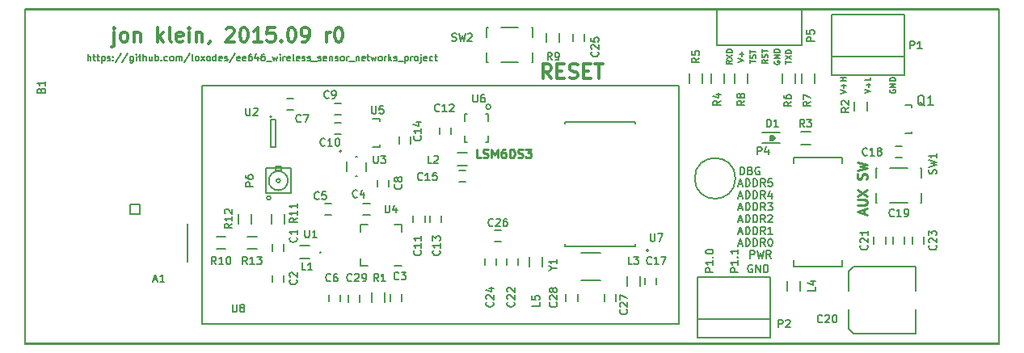
<source format=gbr>
G04 #@! TF.FileFunction,Legend,Top*
%FSLAX46Y46*%
G04 Gerber Fmt 4.6, Leading zero omitted, Abs format (unit mm)*
G04 Created by KiCad (PCBNEW (2015-09-03 BZR 6154, Git 4636d8d)-product) date Tue Sep 15 00:06:25 2015*
%MOMM*%
G01*
G04 APERTURE LIST*
%ADD10C,0.100000*%
%ADD11C,0.200000*%
%ADD12C,0.225000*%
%ADD13C,0.150000*%
%ADD14C,0.250000*%
%ADD15C,0.300000*%
%ADD16C,0.175000*%
%ADD17C,0.203200*%
G04 APERTURE END LIST*
D10*
D11*
X168500000Y-97750000D02*
X168500000Y-97250000D01*
X168750000Y-97750000D02*
X168500000Y-97750000D01*
X169000000Y-97500000D02*
X168750000Y-97750000D01*
X168750000Y-97250000D02*
X169000000Y-97500000D01*
X168500000Y-97250000D02*
X168750000Y-97250000D01*
X166433333Y-110111905D02*
X166433333Y-109311905D01*
X166738095Y-109311905D01*
X166814286Y-109350000D01*
X166852381Y-109388095D01*
X166890476Y-109464286D01*
X166890476Y-109578571D01*
X166852381Y-109654762D01*
X166814286Y-109692857D01*
X166738095Y-109730952D01*
X166433333Y-109730952D01*
X167157143Y-109311905D02*
X167347619Y-110111905D01*
X167500000Y-109540476D01*
X167652381Y-110111905D01*
X167842857Y-109311905D01*
X168604762Y-110111905D02*
X168338095Y-109730952D01*
X168147619Y-110111905D02*
X168147619Y-109311905D01*
X168452381Y-109311905D01*
X168528572Y-109350000D01*
X168566667Y-109388095D01*
X168604762Y-109464286D01*
X168604762Y-109578571D01*
X168566667Y-109654762D01*
X168528572Y-109692857D01*
X168452381Y-109730952D01*
X168147619Y-109730952D01*
D12*
X138200000Y-99607143D02*
X137771429Y-99607143D01*
X137771429Y-98707143D01*
X138457143Y-99564286D02*
X138585714Y-99607143D01*
X138800000Y-99607143D01*
X138885714Y-99564286D01*
X138928571Y-99521429D01*
X138971428Y-99435714D01*
X138971428Y-99350000D01*
X138928571Y-99264286D01*
X138885714Y-99221429D01*
X138800000Y-99178571D01*
X138628571Y-99135714D01*
X138542857Y-99092857D01*
X138500000Y-99050000D01*
X138457143Y-98964286D01*
X138457143Y-98878571D01*
X138500000Y-98792857D01*
X138542857Y-98750000D01*
X138628571Y-98707143D01*
X138842857Y-98707143D01*
X138971428Y-98750000D01*
X139357143Y-99607143D02*
X139357143Y-98707143D01*
X139657143Y-99350000D01*
X139957143Y-98707143D01*
X139957143Y-99607143D01*
X140771428Y-98707143D02*
X140599999Y-98707143D01*
X140514285Y-98750000D01*
X140471428Y-98792857D01*
X140385714Y-98921429D01*
X140342857Y-99092857D01*
X140342857Y-99435714D01*
X140385714Y-99521429D01*
X140428571Y-99564286D01*
X140514285Y-99607143D01*
X140685714Y-99607143D01*
X140771428Y-99564286D01*
X140814285Y-99521429D01*
X140857142Y-99435714D01*
X140857142Y-99221429D01*
X140814285Y-99135714D01*
X140771428Y-99092857D01*
X140685714Y-99050000D01*
X140514285Y-99050000D01*
X140428571Y-99092857D01*
X140385714Y-99135714D01*
X140342857Y-99221429D01*
X141242857Y-99607143D02*
X141242857Y-98707143D01*
X141457142Y-98707143D01*
X141585714Y-98750000D01*
X141671428Y-98835714D01*
X141714285Y-98921429D01*
X141757142Y-99092857D01*
X141757142Y-99221429D01*
X141714285Y-99392857D01*
X141671428Y-99478571D01*
X141585714Y-99564286D01*
X141457142Y-99607143D01*
X141242857Y-99607143D01*
X142100000Y-99564286D02*
X142228571Y-99607143D01*
X142442857Y-99607143D01*
X142528571Y-99564286D01*
X142571428Y-99521429D01*
X142614285Y-99435714D01*
X142614285Y-99350000D01*
X142571428Y-99264286D01*
X142528571Y-99221429D01*
X142442857Y-99178571D01*
X142271428Y-99135714D01*
X142185714Y-99092857D01*
X142142857Y-99050000D01*
X142100000Y-98964286D01*
X142100000Y-98878571D01*
X142142857Y-98792857D01*
X142185714Y-98750000D01*
X142271428Y-98707143D01*
X142485714Y-98707143D01*
X142614285Y-98750000D01*
X142914285Y-98707143D02*
X143471428Y-98707143D01*
X143171428Y-99050000D01*
X143300000Y-99050000D01*
X143385714Y-99092857D01*
X143428571Y-99135714D01*
X143471428Y-99221429D01*
X143471428Y-99435714D01*
X143428571Y-99521429D01*
X143385714Y-99564286D01*
X143300000Y-99607143D01*
X143042857Y-99607143D01*
X142957143Y-99564286D01*
X142914285Y-99521429D01*
D13*
X175871429Y-92885714D02*
X176471429Y-92685714D01*
X175871429Y-92485714D01*
X176242857Y-92285714D02*
X176242857Y-91828571D01*
X176471429Y-92057142D02*
X176014286Y-92057142D01*
X176471429Y-91542857D02*
X175871429Y-91542857D01*
X176157143Y-91542857D02*
X176157143Y-91200000D01*
X176471429Y-91200000D02*
X175871429Y-91200000D01*
X178471429Y-92814285D02*
X179071429Y-92614285D01*
X178471429Y-92414285D01*
X178842857Y-92214285D02*
X178842857Y-91757142D01*
X179071429Y-91985713D02*
X178614286Y-91985713D01*
X179071429Y-91185714D02*
X179071429Y-91471428D01*
X178471429Y-91471428D01*
X181100000Y-92457142D02*
X181071429Y-92514285D01*
X181071429Y-92599999D01*
X181100000Y-92685714D01*
X181157143Y-92742856D01*
X181214286Y-92771428D01*
X181328571Y-92799999D01*
X181414286Y-92799999D01*
X181528571Y-92771428D01*
X181585714Y-92742856D01*
X181642857Y-92685714D01*
X181671429Y-92599999D01*
X181671429Y-92542856D01*
X181642857Y-92457142D01*
X181614286Y-92428571D01*
X181414286Y-92428571D01*
X181414286Y-92542856D01*
X181671429Y-92171428D02*
X181071429Y-92171428D01*
X181671429Y-91828571D01*
X181071429Y-91828571D01*
X181671429Y-91542857D02*
X181071429Y-91542857D01*
X181071429Y-91400000D01*
X181100000Y-91314285D01*
X181157143Y-91257143D01*
X181214286Y-91228571D01*
X181328571Y-91200000D01*
X181414286Y-91200000D01*
X181528571Y-91228571D01*
X181585714Y-91257143D01*
X181642857Y-91314285D01*
X181671429Y-91400000D01*
X181671429Y-91542857D01*
X166640477Y-110850000D02*
X166564286Y-110811905D01*
X166450001Y-110811905D01*
X166335715Y-110850000D01*
X166259524Y-110926190D01*
X166221429Y-111002381D01*
X166183334Y-111154762D01*
X166183334Y-111269048D01*
X166221429Y-111421429D01*
X166259524Y-111497619D01*
X166335715Y-111573810D01*
X166450001Y-111611905D01*
X166526191Y-111611905D01*
X166640477Y-111573810D01*
X166678572Y-111535714D01*
X166678572Y-111269048D01*
X166526191Y-111269048D01*
X167021429Y-111611905D02*
X167021429Y-110811905D01*
X167478572Y-111611905D01*
X167478572Y-110811905D01*
X167859524Y-111611905D02*
X167859524Y-110811905D01*
X168050000Y-110811905D01*
X168164286Y-110850000D01*
X168240477Y-110926190D01*
X168278572Y-111002381D01*
X168316667Y-111154762D01*
X168316667Y-111269048D01*
X168278572Y-111421429D01*
X168240477Y-111497619D01*
X168164286Y-111573810D01*
X168050000Y-111611905D01*
X167859524Y-111611905D01*
X165161905Y-111561905D02*
X164361905Y-111561905D01*
X164361905Y-111257143D01*
X164400000Y-111180952D01*
X164438095Y-111142857D01*
X164514286Y-111104762D01*
X164628571Y-111104762D01*
X164704762Y-111142857D01*
X164742857Y-111180952D01*
X164780952Y-111257143D01*
X164780952Y-111561905D01*
X165161905Y-110342857D02*
X165161905Y-110800000D01*
X165161905Y-110571429D02*
X164361905Y-110571429D01*
X164476190Y-110647619D01*
X164552381Y-110723810D01*
X164590476Y-110800000D01*
X165085714Y-110000000D02*
X165123810Y-109961905D01*
X165161905Y-110000000D01*
X165123810Y-110038095D01*
X165085714Y-110000000D01*
X165161905Y-110000000D01*
X165161905Y-109200000D02*
X165161905Y-109657143D01*
X165161905Y-109428572D02*
X164361905Y-109428572D01*
X164476190Y-109504762D01*
X164552381Y-109580953D01*
X164590476Y-109657143D01*
X162561905Y-111561905D02*
X161761905Y-111561905D01*
X161761905Y-111257143D01*
X161800000Y-111180952D01*
X161838095Y-111142857D01*
X161914286Y-111104762D01*
X162028571Y-111104762D01*
X162104762Y-111142857D01*
X162142857Y-111180952D01*
X162180952Y-111257143D01*
X162180952Y-111561905D01*
X162561905Y-110342857D02*
X162561905Y-110800000D01*
X162561905Y-110571429D02*
X161761905Y-110571429D01*
X161876190Y-110647619D01*
X161952381Y-110723810D01*
X161990476Y-110800000D01*
X162485714Y-110000000D02*
X162523810Y-109961905D01*
X162561905Y-110000000D01*
X162523810Y-110038095D01*
X162485714Y-110000000D01*
X162561905Y-110000000D01*
X161761905Y-109466667D02*
X161761905Y-109390476D01*
X161800000Y-109314286D01*
X161838095Y-109276191D01*
X161914286Y-109238095D01*
X162066667Y-109200000D01*
X162257143Y-109200000D01*
X162409524Y-109238095D01*
X162485714Y-109276191D01*
X162523810Y-109314286D01*
X162561905Y-109390476D01*
X162561905Y-109466667D01*
X162523810Y-109542857D01*
X162485714Y-109580953D01*
X162409524Y-109619048D01*
X162257143Y-109657143D01*
X162066667Y-109657143D01*
X161914286Y-109619048D01*
X161838095Y-109580953D01*
X161800000Y-109542857D01*
X161761905Y-109466667D01*
D14*
X178366667Y-105466667D02*
X178366667Y-104990476D01*
X178652381Y-105561905D02*
X177652381Y-105228572D01*
X178652381Y-104895238D01*
X177652381Y-104561905D02*
X178461905Y-104561905D01*
X178557143Y-104514286D01*
X178604762Y-104466667D01*
X178652381Y-104371429D01*
X178652381Y-104180952D01*
X178604762Y-104085714D01*
X178557143Y-104038095D01*
X178461905Y-103990476D01*
X177652381Y-103990476D01*
X177652381Y-103609524D02*
X178652381Y-102942857D01*
X177652381Y-102942857D02*
X178652381Y-103609524D01*
X178604762Y-101847619D02*
X178652381Y-101704762D01*
X178652381Y-101466666D01*
X178604762Y-101371428D01*
X178557143Y-101323809D01*
X178461905Y-101276190D01*
X178366667Y-101276190D01*
X178271429Y-101323809D01*
X178223810Y-101371428D01*
X178176190Y-101466666D01*
X178128571Y-101657143D01*
X178080952Y-101752381D01*
X178033333Y-101800000D01*
X177938095Y-101847619D01*
X177842857Y-101847619D01*
X177747619Y-101800000D01*
X177700000Y-101752381D01*
X177652381Y-101657143D01*
X177652381Y-101419047D01*
X177700000Y-101276190D01*
X177652381Y-100942857D02*
X178652381Y-100704762D01*
X177938095Y-100514285D01*
X178652381Y-100323809D01*
X177652381Y-100085714D01*
D11*
X165390476Y-101361905D02*
X165390476Y-100561905D01*
X165580952Y-100561905D01*
X165695238Y-100600000D01*
X165771429Y-100676190D01*
X165809524Y-100752381D01*
X165847619Y-100904762D01*
X165847619Y-101019048D01*
X165809524Y-101171429D01*
X165771429Y-101247619D01*
X165695238Y-101323810D01*
X165580952Y-101361905D01*
X165390476Y-101361905D01*
X166457143Y-100942857D02*
X166571429Y-100980952D01*
X166609524Y-101019048D01*
X166647619Y-101095238D01*
X166647619Y-101209524D01*
X166609524Y-101285714D01*
X166571429Y-101323810D01*
X166495238Y-101361905D01*
X166190476Y-101361905D01*
X166190476Y-100561905D01*
X166457143Y-100561905D01*
X166533333Y-100600000D01*
X166571429Y-100638095D01*
X166609524Y-100714286D01*
X166609524Y-100790476D01*
X166571429Y-100866667D01*
X166533333Y-100904762D01*
X166457143Y-100942857D01*
X166190476Y-100942857D01*
X167409524Y-100600000D02*
X167333333Y-100561905D01*
X167219048Y-100561905D01*
X167104762Y-100600000D01*
X167028571Y-100676190D01*
X166990476Y-100752381D01*
X166952381Y-100904762D01*
X166952381Y-101019048D01*
X166990476Y-101171429D01*
X167028571Y-101247619D01*
X167104762Y-101323810D01*
X167219048Y-101361905D01*
X167295238Y-101361905D01*
X167409524Y-101323810D01*
X167447619Y-101285714D01*
X167447619Y-101019048D01*
X167295238Y-101019048D01*
X165228572Y-102383333D02*
X165609524Y-102383333D01*
X165152381Y-102611905D02*
X165419048Y-101811905D01*
X165685715Y-102611905D01*
X165952381Y-102611905D02*
X165952381Y-101811905D01*
X166142857Y-101811905D01*
X166257143Y-101850000D01*
X166333334Y-101926190D01*
X166371429Y-102002381D01*
X166409524Y-102154762D01*
X166409524Y-102269048D01*
X166371429Y-102421429D01*
X166333334Y-102497619D01*
X166257143Y-102573810D01*
X166142857Y-102611905D01*
X165952381Y-102611905D01*
X166752381Y-102611905D02*
X166752381Y-101811905D01*
X166942857Y-101811905D01*
X167057143Y-101850000D01*
X167133334Y-101926190D01*
X167171429Y-102002381D01*
X167209524Y-102154762D01*
X167209524Y-102269048D01*
X167171429Y-102421429D01*
X167133334Y-102497619D01*
X167057143Y-102573810D01*
X166942857Y-102611905D01*
X166752381Y-102611905D01*
X168009524Y-102611905D02*
X167742857Y-102230952D01*
X167552381Y-102611905D02*
X167552381Y-101811905D01*
X167857143Y-101811905D01*
X167933334Y-101850000D01*
X167971429Y-101888095D01*
X168009524Y-101964286D01*
X168009524Y-102078571D01*
X167971429Y-102154762D01*
X167933334Y-102192857D01*
X167857143Y-102230952D01*
X167552381Y-102230952D01*
X168733334Y-101811905D02*
X168352381Y-101811905D01*
X168314286Y-102192857D01*
X168352381Y-102154762D01*
X168428572Y-102116667D01*
X168619048Y-102116667D01*
X168695238Y-102154762D01*
X168733334Y-102192857D01*
X168771429Y-102269048D01*
X168771429Y-102459524D01*
X168733334Y-102535714D01*
X168695238Y-102573810D01*
X168619048Y-102611905D01*
X168428572Y-102611905D01*
X168352381Y-102573810D01*
X168314286Y-102535714D01*
X165228572Y-103633333D02*
X165609524Y-103633333D01*
X165152381Y-103861905D02*
X165419048Y-103061905D01*
X165685715Y-103861905D01*
X165952381Y-103861905D02*
X165952381Y-103061905D01*
X166142857Y-103061905D01*
X166257143Y-103100000D01*
X166333334Y-103176190D01*
X166371429Y-103252381D01*
X166409524Y-103404762D01*
X166409524Y-103519048D01*
X166371429Y-103671429D01*
X166333334Y-103747619D01*
X166257143Y-103823810D01*
X166142857Y-103861905D01*
X165952381Y-103861905D01*
X166752381Y-103861905D02*
X166752381Y-103061905D01*
X166942857Y-103061905D01*
X167057143Y-103100000D01*
X167133334Y-103176190D01*
X167171429Y-103252381D01*
X167209524Y-103404762D01*
X167209524Y-103519048D01*
X167171429Y-103671429D01*
X167133334Y-103747619D01*
X167057143Y-103823810D01*
X166942857Y-103861905D01*
X166752381Y-103861905D01*
X168009524Y-103861905D02*
X167742857Y-103480952D01*
X167552381Y-103861905D02*
X167552381Y-103061905D01*
X167857143Y-103061905D01*
X167933334Y-103100000D01*
X167971429Y-103138095D01*
X168009524Y-103214286D01*
X168009524Y-103328571D01*
X167971429Y-103404762D01*
X167933334Y-103442857D01*
X167857143Y-103480952D01*
X167552381Y-103480952D01*
X168695238Y-103328571D02*
X168695238Y-103861905D01*
X168504762Y-103023810D02*
X168314286Y-103595238D01*
X168809524Y-103595238D01*
X165228572Y-104883333D02*
X165609524Y-104883333D01*
X165152381Y-105111905D02*
X165419048Y-104311905D01*
X165685715Y-105111905D01*
X165952381Y-105111905D02*
X165952381Y-104311905D01*
X166142857Y-104311905D01*
X166257143Y-104350000D01*
X166333334Y-104426190D01*
X166371429Y-104502381D01*
X166409524Y-104654762D01*
X166409524Y-104769048D01*
X166371429Y-104921429D01*
X166333334Y-104997619D01*
X166257143Y-105073810D01*
X166142857Y-105111905D01*
X165952381Y-105111905D01*
X166752381Y-105111905D02*
X166752381Y-104311905D01*
X166942857Y-104311905D01*
X167057143Y-104350000D01*
X167133334Y-104426190D01*
X167171429Y-104502381D01*
X167209524Y-104654762D01*
X167209524Y-104769048D01*
X167171429Y-104921429D01*
X167133334Y-104997619D01*
X167057143Y-105073810D01*
X166942857Y-105111905D01*
X166752381Y-105111905D01*
X168009524Y-105111905D02*
X167742857Y-104730952D01*
X167552381Y-105111905D02*
X167552381Y-104311905D01*
X167857143Y-104311905D01*
X167933334Y-104350000D01*
X167971429Y-104388095D01*
X168009524Y-104464286D01*
X168009524Y-104578571D01*
X167971429Y-104654762D01*
X167933334Y-104692857D01*
X167857143Y-104730952D01*
X167552381Y-104730952D01*
X168276191Y-104311905D02*
X168771429Y-104311905D01*
X168504762Y-104616667D01*
X168619048Y-104616667D01*
X168695238Y-104654762D01*
X168733334Y-104692857D01*
X168771429Y-104769048D01*
X168771429Y-104959524D01*
X168733334Y-105035714D01*
X168695238Y-105073810D01*
X168619048Y-105111905D01*
X168390476Y-105111905D01*
X168314286Y-105073810D01*
X168276191Y-105035714D01*
X165228572Y-106133333D02*
X165609524Y-106133333D01*
X165152381Y-106361905D02*
X165419048Y-105561905D01*
X165685715Y-106361905D01*
X165952381Y-106361905D02*
X165952381Y-105561905D01*
X166142857Y-105561905D01*
X166257143Y-105600000D01*
X166333334Y-105676190D01*
X166371429Y-105752381D01*
X166409524Y-105904762D01*
X166409524Y-106019048D01*
X166371429Y-106171429D01*
X166333334Y-106247619D01*
X166257143Y-106323810D01*
X166142857Y-106361905D01*
X165952381Y-106361905D01*
X166752381Y-106361905D02*
X166752381Y-105561905D01*
X166942857Y-105561905D01*
X167057143Y-105600000D01*
X167133334Y-105676190D01*
X167171429Y-105752381D01*
X167209524Y-105904762D01*
X167209524Y-106019048D01*
X167171429Y-106171429D01*
X167133334Y-106247619D01*
X167057143Y-106323810D01*
X166942857Y-106361905D01*
X166752381Y-106361905D01*
X168009524Y-106361905D02*
X167742857Y-105980952D01*
X167552381Y-106361905D02*
X167552381Y-105561905D01*
X167857143Y-105561905D01*
X167933334Y-105600000D01*
X167971429Y-105638095D01*
X168009524Y-105714286D01*
X168009524Y-105828571D01*
X167971429Y-105904762D01*
X167933334Y-105942857D01*
X167857143Y-105980952D01*
X167552381Y-105980952D01*
X168314286Y-105638095D02*
X168352381Y-105600000D01*
X168428572Y-105561905D01*
X168619048Y-105561905D01*
X168695238Y-105600000D01*
X168733334Y-105638095D01*
X168771429Y-105714286D01*
X168771429Y-105790476D01*
X168733334Y-105904762D01*
X168276191Y-106361905D01*
X168771429Y-106361905D01*
X165228572Y-107383333D02*
X165609524Y-107383333D01*
X165152381Y-107611905D02*
X165419048Y-106811905D01*
X165685715Y-107611905D01*
X165952381Y-107611905D02*
X165952381Y-106811905D01*
X166142857Y-106811905D01*
X166257143Y-106850000D01*
X166333334Y-106926190D01*
X166371429Y-107002381D01*
X166409524Y-107154762D01*
X166409524Y-107269048D01*
X166371429Y-107421429D01*
X166333334Y-107497619D01*
X166257143Y-107573810D01*
X166142857Y-107611905D01*
X165952381Y-107611905D01*
X166752381Y-107611905D02*
X166752381Y-106811905D01*
X166942857Y-106811905D01*
X167057143Y-106850000D01*
X167133334Y-106926190D01*
X167171429Y-107002381D01*
X167209524Y-107154762D01*
X167209524Y-107269048D01*
X167171429Y-107421429D01*
X167133334Y-107497619D01*
X167057143Y-107573810D01*
X166942857Y-107611905D01*
X166752381Y-107611905D01*
X168009524Y-107611905D02*
X167742857Y-107230952D01*
X167552381Y-107611905D02*
X167552381Y-106811905D01*
X167857143Y-106811905D01*
X167933334Y-106850000D01*
X167971429Y-106888095D01*
X168009524Y-106964286D01*
X168009524Y-107078571D01*
X167971429Y-107154762D01*
X167933334Y-107192857D01*
X167857143Y-107230952D01*
X167552381Y-107230952D01*
X168771429Y-107611905D02*
X168314286Y-107611905D01*
X168542857Y-107611905D02*
X168542857Y-106811905D01*
X168466667Y-106926190D01*
X168390476Y-107002381D01*
X168314286Y-107040476D01*
X165228572Y-108633333D02*
X165609524Y-108633333D01*
X165152381Y-108861905D02*
X165419048Y-108061905D01*
X165685715Y-108861905D01*
X165952381Y-108861905D02*
X165952381Y-108061905D01*
X166142857Y-108061905D01*
X166257143Y-108100000D01*
X166333334Y-108176190D01*
X166371429Y-108252381D01*
X166409524Y-108404762D01*
X166409524Y-108519048D01*
X166371429Y-108671429D01*
X166333334Y-108747619D01*
X166257143Y-108823810D01*
X166142857Y-108861905D01*
X165952381Y-108861905D01*
X166752381Y-108861905D02*
X166752381Y-108061905D01*
X166942857Y-108061905D01*
X167057143Y-108100000D01*
X167133334Y-108176190D01*
X167171429Y-108252381D01*
X167209524Y-108404762D01*
X167209524Y-108519048D01*
X167171429Y-108671429D01*
X167133334Y-108747619D01*
X167057143Y-108823810D01*
X166942857Y-108861905D01*
X166752381Y-108861905D01*
X168009524Y-108861905D02*
X167742857Y-108480952D01*
X167552381Y-108861905D02*
X167552381Y-108061905D01*
X167857143Y-108061905D01*
X167933334Y-108100000D01*
X167971429Y-108138095D01*
X168009524Y-108214286D01*
X168009524Y-108328571D01*
X167971429Y-108404762D01*
X167933334Y-108442857D01*
X167857143Y-108480952D01*
X167552381Y-108480952D01*
X168504762Y-108061905D02*
X168580953Y-108061905D01*
X168657143Y-108100000D01*
X168695238Y-108138095D01*
X168733334Y-108214286D01*
X168771429Y-108366667D01*
X168771429Y-108557143D01*
X168733334Y-108709524D01*
X168695238Y-108785714D01*
X168657143Y-108823810D01*
X168580953Y-108861905D01*
X168504762Y-108861905D01*
X168428572Y-108823810D01*
X168390476Y-108785714D01*
X168352381Y-108709524D01*
X168314286Y-108557143D01*
X168314286Y-108366667D01*
X168352381Y-108214286D01*
X168390476Y-108138095D01*
X168428572Y-108100000D01*
X168504762Y-108061905D01*
D15*
X145571429Y-91278571D02*
X145071429Y-90564286D01*
X144714286Y-91278571D02*
X144714286Y-89778571D01*
X145285714Y-89778571D01*
X145428572Y-89850000D01*
X145500000Y-89921429D01*
X145571429Y-90064286D01*
X145571429Y-90278571D01*
X145500000Y-90421429D01*
X145428572Y-90492857D01*
X145285714Y-90564286D01*
X144714286Y-90564286D01*
X146214286Y-90492857D02*
X146714286Y-90492857D01*
X146928572Y-91278571D02*
X146214286Y-91278571D01*
X146214286Y-89778571D01*
X146928572Y-89778571D01*
X147500000Y-91207143D02*
X147714286Y-91278571D01*
X148071429Y-91278571D01*
X148214286Y-91207143D01*
X148285715Y-91135714D01*
X148357143Y-90992857D01*
X148357143Y-90850000D01*
X148285715Y-90707143D01*
X148214286Y-90635714D01*
X148071429Y-90564286D01*
X147785715Y-90492857D01*
X147642857Y-90421429D01*
X147571429Y-90350000D01*
X147500000Y-90207143D01*
X147500000Y-90064286D01*
X147571429Y-89921429D01*
X147642857Y-89850000D01*
X147785715Y-89778571D01*
X148142857Y-89778571D01*
X148357143Y-89850000D01*
X149000000Y-90492857D02*
X149500000Y-90492857D01*
X149714286Y-91278571D02*
X149000000Y-91278571D01*
X149000000Y-89778571D01*
X149714286Y-89778571D01*
X150142857Y-89778571D02*
X151000000Y-89778571D01*
X150571429Y-91278571D02*
X150571429Y-89778571D01*
D13*
X170171429Y-89757143D02*
X170171429Y-89414286D01*
X170771429Y-89585715D02*
X170171429Y-89585715D01*
X170171429Y-89271429D02*
X170771429Y-88871429D01*
X170171429Y-88871429D02*
X170771429Y-89271429D01*
X170771429Y-88642857D02*
X170171429Y-88642857D01*
X170171429Y-88500000D01*
X170200000Y-88414285D01*
X170257143Y-88357143D01*
X170314286Y-88328571D01*
X170428571Y-88300000D01*
X170514286Y-88300000D01*
X170628571Y-88328571D01*
X170685714Y-88357143D01*
X170742857Y-88414285D01*
X170771429Y-88500000D01*
X170771429Y-88642857D01*
X168950000Y-89457142D02*
X168921429Y-89514285D01*
X168921429Y-89599999D01*
X168950000Y-89685714D01*
X169007143Y-89742856D01*
X169064286Y-89771428D01*
X169178571Y-89799999D01*
X169264286Y-89799999D01*
X169378571Y-89771428D01*
X169435714Y-89742856D01*
X169492857Y-89685714D01*
X169521429Y-89599999D01*
X169521429Y-89542856D01*
X169492857Y-89457142D01*
X169464286Y-89428571D01*
X169264286Y-89428571D01*
X169264286Y-89542856D01*
X169521429Y-89171428D02*
X168921429Y-89171428D01*
X169521429Y-88828571D01*
X168921429Y-88828571D01*
X169521429Y-88542857D02*
X168921429Y-88542857D01*
X168921429Y-88400000D01*
X168950000Y-88314285D01*
X169007143Y-88257143D01*
X169064286Y-88228571D01*
X169178571Y-88200000D01*
X169264286Y-88200000D01*
X169378571Y-88228571D01*
X169435714Y-88257143D01*
X169492857Y-88314285D01*
X169521429Y-88400000D01*
X169521429Y-88542857D01*
X168271429Y-89328572D02*
X167985714Y-89528572D01*
X168271429Y-89671429D02*
X167671429Y-89671429D01*
X167671429Y-89442857D01*
X167700000Y-89385715D01*
X167728571Y-89357143D01*
X167785714Y-89328572D01*
X167871429Y-89328572D01*
X167928571Y-89357143D01*
X167957143Y-89385715D01*
X167985714Y-89442857D01*
X167985714Y-89671429D01*
X168242857Y-89100000D02*
X168271429Y-89014286D01*
X168271429Y-88871429D01*
X168242857Y-88814286D01*
X168214286Y-88785715D01*
X168157143Y-88757143D01*
X168100000Y-88757143D01*
X168042857Y-88785715D01*
X168014286Y-88814286D01*
X167985714Y-88871429D01*
X167957143Y-88985715D01*
X167928571Y-89042857D01*
X167900000Y-89071429D01*
X167842857Y-89100000D01*
X167785714Y-89100000D01*
X167728571Y-89071429D01*
X167700000Y-89042857D01*
X167671429Y-88985715D01*
X167671429Y-88842857D01*
X167700000Y-88757143D01*
X167671429Y-88585714D02*
X167671429Y-88242857D01*
X168271429Y-88414286D02*
X167671429Y-88414286D01*
X166421429Y-89685714D02*
X166421429Y-89342857D01*
X167021429Y-89514286D02*
X166421429Y-89514286D01*
X166992857Y-89171428D02*
X167021429Y-89085714D01*
X167021429Y-88942857D01*
X166992857Y-88885714D01*
X166964286Y-88857143D01*
X166907143Y-88828571D01*
X166850000Y-88828571D01*
X166792857Y-88857143D01*
X166764286Y-88885714D01*
X166735714Y-88942857D01*
X166707143Y-89057143D01*
X166678571Y-89114285D01*
X166650000Y-89142857D01*
X166592857Y-89171428D01*
X166535714Y-89171428D01*
X166478571Y-89142857D01*
X166450000Y-89114285D01*
X166421429Y-89057143D01*
X166421429Y-88914285D01*
X166450000Y-88828571D01*
X166421429Y-88657142D02*
X166421429Y-88314285D01*
X167021429Y-88485714D02*
X166421429Y-88485714D01*
X165171429Y-89571428D02*
X165771429Y-89371428D01*
X165171429Y-89171428D01*
X165542857Y-88971428D02*
X165542857Y-88514285D01*
X165771429Y-88742856D02*
X165314286Y-88742856D01*
X164521429Y-89400000D02*
X164235714Y-89600000D01*
X164521429Y-89742857D02*
X163921429Y-89742857D01*
X163921429Y-89514285D01*
X163950000Y-89457143D01*
X163978571Y-89428571D01*
X164035714Y-89400000D01*
X164121429Y-89400000D01*
X164178571Y-89428571D01*
X164207143Y-89457143D01*
X164235714Y-89514285D01*
X164235714Y-89742857D01*
X163921429Y-89200000D02*
X164521429Y-88800000D01*
X163921429Y-88800000D02*
X164521429Y-89200000D01*
X164521429Y-88571428D02*
X163921429Y-88571428D01*
X163921429Y-88428571D01*
X163950000Y-88342856D01*
X164007143Y-88285714D01*
X164064286Y-88257142D01*
X164178571Y-88228571D01*
X164264286Y-88228571D01*
X164378571Y-88257142D01*
X164435714Y-88285714D01*
X164492857Y-88342856D01*
X164521429Y-88428571D01*
X164521429Y-88571428D01*
D16*
X97050004Y-89416667D02*
X97050004Y-88716667D01*
X97350004Y-89416667D02*
X97350004Y-89050000D01*
X97316670Y-88983333D01*
X97250004Y-88950000D01*
X97150004Y-88950000D01*
X97083337Y-88983333D01*
X97050004Y-89016667D01*
X97583337Y-88950000D02*
X97850003Y-88950000D01*
X97683337Y-88716667D02*
X97683337Y-89316667D01*
X97716670Y-89383333D01*
X97783337Y-89416667D01*
X97850003Y-89416667D01*
X97983337Y-88950000D02*
X98250003Y-88950000D01*
X98083337Y-88716667D02*
X98083337Y-89316667D01*
X98116670Y-89383333D01*
X98183337Y-89416667D01*
X98250003Y-89416667D01*
X98483337Y-88950000D02*
X98483337Y-89650000D01*
X98483337Y-88983333D02*
X98550003Y-88950000D01*
X98683337Y-88950000D01*
X98750003Y-88983333D01*
X98783337Y-89016667D01*
X98816670Y-89083333D01*
X98816670Y-89283333D01*
X98783337Y-89350000D01*
X98750003Y-89383333D01*
X98683337Y-89416667D01*
X98550003Y-89416667D01*
X98483337Y-89383333D01*
X99083336Y-89383333D02*
X99150003Y-89416667D01*
X99283336Y-89416667D01*
X99350003Y-89383333D01*
X99383336Y-89316667D01*
X99383336Y-89283333D01*
X99350003Y-89216667D01*
X99283336Y-89183333D01*
X99183336Y-89183333D01*
X99116670Y-89150000D01*
X99083336Y-89083333D01*
X99083336Y-89050000D01*
X99116670Y-88983333D01*
X99183336Y-88950000D01*
X99283336Y-88950000D01*
X99350003Y-88983333D01*
X99683337Y-89350000D02*
X99716670Y-89383333D01*
X99683337Y-89416667D01*
X99650003Y-89383333D01*
X99683337Y-89350000D01*
X99683337Y-89416667D01*
X99683337Y-88983333D02*
X99716670Y-89016667D01*
X99683337Y-89050000D01*
X99650003Y-89016667D01*
X99683337Y-88983333D01*
X99683337Y-89050000D01*
X100516670Y-88683333D02*
X99916670Y-89583333D01*
X101250003Y-88683333D02*
X100650003Y-89583333D01*
X101783336Y-88950000D02*
X101783336Y-89516667D01*
X101750002Y-89583333D01*
X101716669Y-89616667D01*
X101650002Y-89650000D01*
X101550002Y-89650000D01*
X101483336Y-89616667D01*
X101783336Y-89383333D02*
X101716669Y-89416667D01*
X101583336Y-89416667D01*
X101516669Y-89383333D01*
X101483336Y-89350000D01*
X101450002Y-89283333D01*
X101450002Y-89083333D01*
X101483336Y-89016667D01*
X101516669Y-88983333D01*
X101583336Y-88950000D01*
X101716669Y-88950000D01*
X101783336Y-88983333D01*
X102116669Y-89416667D02*
X102116669Y-88950000D01*
X102116669Y-88716667D02*
X102083335Y-88750000D01*
X102116669Y-88783333D01*
X102150002Y-88750000D01*
X102116669Y-88716667D01*
X102116669Y-88783333D01*
X102350002Y-88950000D02*
X102616668Y-88950000D01*
X102450002Y-88716667D02*
X102450002Y-89316667D01*
X102483335Y-89383333D01*
X102550002Y-89416667D01*
X102616668Y-89416667D01*
X102850002Y-89416667D02*
X102850002Y-88716667D01*
X103150002Y-89416667D02*
X103150002Y-89050000D01*
X103116668Y-88983333D01*
X103050002Y-88950000D01*
X102950002Y-88950000D01*
X102883335Y-88983333D01*
X102850002Y-89016667D01*
X103783335Y-88950000D02*
X103783335Y-89416667D01*
X103483335Y-88950000D02*
X103483335Y-89316667D01*
X103516668Y-89383333D01*
X103583335Y-89416667D01*
X103683335Y-89416667D01*
X103750001Y-89383333D01*
X103783335Y-89350000D01*
X104116668Y-89416667D02*
X104116668Y-88716667D01*
X104116668Y-88983333D02*
X104183334Y-88950000D01*
X104316668Y-88950000D01*
X104383334Y-88983333D01*
X104416668Y-89016667D01*
X104450001Y-89083333D01*
X104450001Y-89283333D01*
X104416668Y-89350000D01*
X104383334Y-89383333D01*
X104316668Y-89416667D01*
X104183334Y-89416667D01*
X104116668Y-89383333D01*
X104750001Y-89350000D02*
X104783334Y-89383333D01*
X104750001Y-89416667D01*
X104716667Y-89383333D01*
X104750001Y-89350000D01*
X104750001Y-89416667D01*
X105383334Y-89383333D02*
X105316667Y-89416667D01*
X105183334Y-89416667D01*
X105116667Y-89383333D01*
X105083334Y-89350000D01*
X105050000Y-89283333D01*
X105050000Y-89083333D01*
X105083334Y-89016667D01*
X105116667Y-88983333D01*
X105183334Y-88950000D01*
X105316667Y-88950000D01*
X105383334Y-88983333D01*
X105783334Y-89416667D02*
X105716667Y-89383333D01*
X105683334Y-89350000D01*
X105650000Y-89283333D01*
X105650000Y-89083333D01*
X105683334Y-89016667D01*
X105716667Y-88983333D01*
X105783334Y-88950000D01*
X105883334Y-88950000D01*
X105950000Y-88983333D01*
X105983334Y-89016667D01*
X106016667Y-89083333D01*
X106016667Y-89283333D01*
X105983334Y-89350000D01*
X105950000Y-89383333D01*
X105883334Y-89416667D01*
X105783334Y-89416667D01*
X106316667Y-89416667D02*
X106316667Y-88950000D01*
X106316667Y-89016667D02*
X106350000Y-88983333D01*
X106416667Y-88950000D01*
X106516667Y-88950000D01*
X106583333Y-88983333D01*
X106616667Y-89050000D01*
X106616667Y-89416667D01*
X106616667Y-89050000D02*
X106650000Y-88983333D01*
X106716667Y-88950000D01*
X106816667Y-88950000D01*
X106883333Y-88983333D01*
X106916667Y-89050000D01*
X106916667Y-89416667D01*
X107750000Y-88683333D02*
X107150000Y-89583333D01*
X108083333Y-89416667D02*
X108016666Y-89383333D01*
X107983333Y-89316667D01*
X107983333Y-88716667D01*
X108450000Y-89416667D02*
X108383333Y-89383333D01*
X108350000Y-89350000D01*
X108316666Y-89283333D01*
X108316666Y-89083333D01*
X108350000Y-89016667D01*
X108383333Y-88983333D01*
X108450000Y-88950000D01*
X108550000Y-88950000D01*
X108616666Y-88983333D01*
X108650000Y-89016667D01*
X108683333Y-89083333D01*
X108683333Y-89283333D01*
X108650000Y-89350000D01*
X108616666Y-89383333D01*
X108550000Y-89416667D01*
X108450000Y-89416667D01*
X108916666Y-89416667D02*
X109283333Y-88950000D01*
X108916666Y-88950000D02*
X109283333Y-89416667D01*
X109650000Y-89416667D02*
X109583333Y-89383333D01*
X109550000Y-89350000D01*
X109516666Y-89283333D01*
X109516666Y-89083333D01*
X109550000Y-89016667D01*
X109583333Y-88983333D01*
X109650000Y-88950000D01*
X109750000Y-88950000D01*
X109816666Y-88983333D01*
X109850000Y-89016667D01*
X109883333Y-89083333D01*
X109883333Y-89283333D01*
X109850000Y-89350000D01*
X109816666Y-89383333D01*
X109750000Y-89416667D01*
X109650000Y-89416667D01*
X110483333Y-89416667D02*
X110483333Y-88716667D01*
X110483333Y-89383333D02*
X110416666Y-89416667D01*
X110283333Y-89416667D01*
X110216666Y-89383333D01*
X110183333Y-89350000D01*
X110149999Y-89283333D01*
X110149999Y-89083333D01*
X110183333Y-89016667D01*
X110216666Y-88983333D01*
X110283333Y-88950000D01*
X110416666Y-88950000D01*
X110483333Y-88983333D01*
X111083332Y-89383333D02*
X111016666Y-89416667D01*
X110883332Y-89416667D01*
X110816666Y-89383333D01*
X110783332Y-89316667D01*
X110783332Y-89050000D01*
X110816666Y-88983333D01*
X110883332Y-88950000D01*
X111016666Y-88950000D01*
X111083332Y-88983333D01*
X111116666Y-89050000D01*
X111116666Y-89116667D01*
X110783332Y-89183333D01*
X111383332Y-89383333D02*
X111449999Y-89416667D01*
X111583332Y-89416667D01*
X111649999Y-89383333D01*
X111683332Y-89316667D01*
X111683332Y-89283333D01*
X111649999Y-89216667D01*
X111583332Y-89183333D01*
X111483332Y-89183333D01*
X111416666Y-89150000D01*
X111383332Y-89083333D01*
X111383332Y-89050000D01*
X111416666Y-88983333D01*
X111483332Y-88950000D01*
X111583332Y-88950000D01*
X111649999Y-88983333D01*
X112483333Y-88683333D02*
X111883333Y-89583333D01*
X112983332Y-89383333D02*
X112916666Y-89416667D01*
X112783332Y-89416667D01*
X112716666Y-89383333D01*
X112683332Y-89316667D01*
X112683332Y-89050000D01*
X112716666Y-88983333D01*
X112783332Y-88950000D01*
X112916666Y-88950000D01*
X112983332Y-88983333D01*
X113016666Y-89050000D01*
X113016666Y-89116667D01*
X112683332Y-89183333D01*
X113583332Y-89383333D02*
X113516666Y-89416667D01*
X113383332Y-89416667D01*
X113316666Y-89383333D01*
X113283332Y-89316667D01*
X113283332Y-89050000D01*
X113316666Y-88983333D01*
X113383332Y-88950000D01*
X113516666Y-88950000D01*
X113583332Y-88983333D01*
X113616666Y-89050000D01*
X113616666Y-89116667D01*
X113283332Y-89183333D01*
X114216666Y-88716667D02*
X114083332Y-88716667D01*
X114016666Y-88750000D01*
X113983332Y-88783333D01*
X113916666Y-88883333D01*
X113883332Y-89016667D01*
X113883332Y-89283333D01*
X113916666Y-89350000D01*
X113949999Y-89383333D01*
X114016666Y-89416667D01*
X114149999Y-89416667D01*
X114216666Y-89383333D01*
X114249999Y-89350000D01*
X114283332Y-89283333D01*
X114283332Y-89116667D01*
X114249999Y-89050000D01*
X114216666Y-89016667D01*
X114149999Y-88983333D01*
X114016666Y-88983333D01*
X113949999Y-89016667D01*
X113916666Y-89050000D01*
X113883332Y-89116667D01*
X114883333Y-88950000D02*
X114883333Y-89416667D01*
X114716666Y-88683333D02*
X114549999Y-89183333D01*
X114983333Y-89183333D01*
X115550000Y-88716667D02*
X115416666Y-88716667D01*
X115350000Y-88750000D01*
X115316666Y-88783333D01*
X115250000Y-88883333D01*
X115216666Y-89016667D01*
X115216666Y-89283333D01*
X115250000Y-89350000D01*
X115283333Y-89383333D01*
X115350000Y-89416667D01*
X115483333Y-89416667D01*
X115550000Y-89383333D01*
X115583333Y-89350000D01*
X115616666Y-89283333D01*
X115616666Y-89116667D01*
X115583333Y-89050000D01*
X115550000Y-89016667D01*
X115483333Y-88983333D01*
X115350000Y-88983333D01*
X115283333Y-89016667D01*
X115250000Y-89050000D01*
X115216666Y-89116667D01*
X115750000Y-89483333D02*
X116283333Y-89483333D01*
X116383333Y-88950000D02*
X116516666Y-89416667D01*
X116650000Y-89083333D01*
X116783333Y-89416667D01*
X116916666Y-88950000D01*
X117183333Y-89416667D02*
X117183333Y-88950000D01*
X117183333Y-88716667D02*
X117149999Y-88750000D01*
X117183333Y-88783333D01*
X117216666Y-88750000D01*
X117183333Y-88716667D01*
X117183333Y-88783333D01*
X117516666Y-89416667D02*
X117516666Y-88950000D01*
X117516666Y-89083333D02*
X117549999Y-89016667D01*
X117583332Y-88983333D01*
X117649999Y-88950000D01*
X117716666Y-88950000D01*
X118216665Y-89383333D02*
X118149999Y-89416667D01*
X118016665Y-89416667D01*
X117949999Y-89383333D01*
X117916665Y-89316667D01*
X117916665Y-89050000D01*
X117949999Y-88983333D01*
X118016665Y-88950000D01*
X118149999Y-88950000D01*
X118216665Y-88983333D01*
X118249999Y-89050000D01*
X118249999Y-89116667D01*
X117916665Y-89183333D01*
X118649999Y-89416667D02*
X118583332Y-89383333D01*
X118549999Y-89316667D01*
X118549999Y-88716667D01*
X119183332Y-89383333D02*
X119116666Y-89416667D01*
X118983332Y-89416667D01*
X118916666Y-89383333D01*
X118883332Y-89316667D01*
X118883332Y-89050000D01*
X118916666Y-88983333D01*
X118983332Y-88950000D01*
X119116666Y-88950000D01*
X119183332Y-88983333D01*
X119216666Y-89050000D01*
X119216666Y-89116667D01*
X118883332Y-89183333D01*
X119483332Y-89383333D02*
X119549999Y-89416667D01*
X119683332Y-89416667D01*
X119749999Y-89383333D01*
X119783332Y-89316667D01*
X119783332Y-89283333D01*
X119749999Y-89216667D01*
X119683332Y-89183333D01*
X119583332Y-89183333D01*
X119516666Y-89150000D01*
X119483332Y-89083333D01*
X119483332Y-89050000D01*
X119516666Y-88983333D01*
X119583332Y-88950000D01*
X119683332Y-88950000D01*
X119749999Y-88983333D01*
X120049999Y-89383333D02*
X120116666Y-89416667D01*
X120249999Y-89416667D01*
X120316666Y-89383333D01*
X120349999Y-89316667D01*
X120349999Y-89283333D01*
X120316666Y-89216667D01*
X120249999Y-89183333D01*
X120149999Y-89183333D01*
X120083333Y-89150000D01*
X120049999Y-89083333D01*
X120049999Y-89050000D01*
X120083333Y-88983333D01*
X120149999Y-88950000D01*
X120249999Y-88950000D01*
X120316666Y-88983333D01*
X120483333Y-89483333D02*
X121016666Y-89483333D01*
X121149999Y-89383333D02*
X121216666Y-89416667D01*
X121349999Y-89416667D01*
X121416666Y-89383333D01*
X121449999Y-89316667D01*
X121449999Y-89283333D01*
X121416666Y-89216667D01*
X121349999Y-89183333D01*
X121249999Y-89183333D01*
X121183333Y-89150000D01*
X121149999Y-89083333D01*
X121149999Y-89050000D01*
X121183333Y-88983333D01*
X121249999Y-88950000D01*
X121349999Y-88950000D01*
X121416666Y-88983333D01*
X122016666Y-89383333D02*
X121950000Y-89416667D01*
X121816666Y-89416667D01*
X121750000Y-89383333D01*
X121716666Y-89316667D01*
X121716666Y-89050000D01*
X121750000Y-88983333D01*
X121816666Y-88950000D01*
X121950000Y-88950000D01*
X122016666Y-88983333D01*
X122050000Y-89050000D01*
X122050000Y-89116667D01*
X121716666Y-89183333D01*
X122350000Y-88950000D02*
X122350000Y-89416667D01*
X122350000Y-89016667D02*
X122383333Y-88983333D01*
X122450000Y-88950000D01*
X122550000Y-88950000D01*
X122616666Y-88983333D01*
X122650000Y-89050000D01*
X122650000Y-89416667D01*
X122949999Y-89383333D02*
X123016666Y-89416667D01*
X123149999Y-89416667D01*
X123216666Y-89383333D01*
X123249999Y-89316667D01*
X123249999Y-89283333D01*
X123216666Y-89216667D01*
X123149999Y-89183333D01*
X123049999Y-89183333D01*
X122983333Y-89150000D01*
X122949999Y-89083333D01*
X122949999Y-89050000D01*
X122983333Y-88983333D01*
X123049999Y-88950000D01*
X123149999Y-88950000D01*
X123216666Y-88983333D01*
X123650000Y-89416667D02*
X123583333Y-89383333D01*
X123550000Y-89350000D01*
X123516666Y-89283333D01*
X123516666Y-89083333D01*
X123550000Y-89016667D01*
X123583333Y-88983333D01*
X123650000Y-88950000D01*
X123750000Y-88950000D01*
X123816666Y-88983333D01*
X123850000Y-89016667D01*
X123883333Y-89083333D01*
X123883333Y-89283333D01*
X123850000Y-89350000D01*
X123816666Y-89383333D01*
X123750000Y-89416667D01*
X123650000Y-89416667D01*
X124183333Y-89416667D02*
X124183333Y-88950000D01*
X124183333Y-89083333D02*
X124216666Y-89016667D01*
X124249999Y-88983333D01*
X124316666Y-88950000D01*
X124383333Y-88950000D01*
X124449999Y-89483333D02*
X124983332Y-89483333D01*
X125149999Y-88950000D02*
X125149999Y-89416667D01*
X125149999Y-89016667D02*
X125183332Y-88983333D01*
X125249999Y-88950000D01*
X125349999Y-88950000D01*
X125416665Y-88983333D01*
X125449999Y-89050000D01*
X125449999Y-89416667D01*
X126049998Y-89383333D02*
X125983332Y-89416667D01*
X125849998Y-89416667D01*
X125783332Y-89383333D01*
X125749998Y-89316667D01*
X125749998Y-89050000D01*
X125783332Y-88983333D01*
X125849998Y-88950000D01*
X125983332Y-88950000D01*
X126049998Y-88983333D01*
X126083332Y-89050000D01*
X126083332Y-89116667D01*
X125749998Y-89183333D01*
X126283332Y-88950000D02*
X126549998Y-88950000D01*
X126383332Y-88716667D02*
X126383332Y-89316667D01*
X126416665Y-89383333D01*
X126483332Y-89416667D01*
X126549998Y-89416667D01*
X126716665Y-88950000D02*
X126849998Y-89416667D01*
X126983332Y-89083333D01*
X127116665Y-89416667D01*
X127249998Y-88950000D01*
X127616665Y-89416667D02*
X127549998Y-89383333D01*
X127516665Y-89350000D01*
X127483331Y-89283333D01*
X127483331Y-89083333D01*
X127516665Y-89016667D01*
X127549998Y-88983333D01*
X127616665Y-88950000D01*
X127716665Y-88950000D01*
X127783331Y-88983333D01*
X127816665Y-89016667D01*
X127849998Y-89083333D01*
X127849998Y-89283333D01*
X127816665Y-89350000D01*
X127783331Y-89383333D01*
X127716665Y-89416667D01*
X127616665Y-89416667D01*
X128149998Y-89416667D02*
X128149998Y-88950000D01*
X128149998Y-89083333D02*
X128183331Y-89016667D01*
X128216664Y-88983333D01*
X128283331Y-88950000D01*
X128349998Y-88950000D01*
X128583331Y-89416667D02*
X128583331Y-88716667D01*
X128649997Y-89150000D02*
X128849997Y-89416667D01*
X128849997Y-88950000D02*
X128583331Y-89216667D01*
X129116664Y-89383333D02*
X129183331Y-89416667D01*
X129316664Y-89416667D01*
X129383331Y-89383333D01*
X129416664Y-89316667D01*
X129416664Y-89283333D01*
X129383331Y-89216667D01*
X129316664Y-89183333D01*
X129216664Y-89183333D01*
X129149998Y-89150000D01*
X129116664Y-89083333D01*
X129116664Y-89050000D01*
X129149998Y-88983333D01*
X129216664Y-88950000D01*
X129316664Y-88950000D01*
X129383331Y-88983333D01*
X129549998Y-89483333D02*
X130083331Y-89483333D01*
X130249998Y-88950000D02*
X130249998Y-89650000D01*
X130249998Y-88983333D02*
X130316664Y-88950000D01*
X130449998Y-88950000D01*
X130516664Y-88983333D01*
X130549998Y-89016667D01*
X130583331Y-89083333D01*
X130583331Y-89283333D01*
X130549998Y-89350000D01*
X130516664Y-89383333D01*
X130449998Y-89416667D01*
X130316664Y-89416667D01*
X130249998Y-89383333D01*
X130883331Y-89416667D02*
X130883331Y-88950000D01*
X130883331Y-89083333D02*
X130916664Y-89016667D01*
X130949997Y-88983333D01*
X131016664Y-88950000D01*
X131083331Y-88950000D01*
X131416664Y-89416667D02*
X131349997Y-89383333D01*
X131316664Y-89350000D01*
X131283330Y-89283333D01*
X131283330Y-89083333D01*
X131316664Y-89016667D01*
X131349997Y-88983333D01*
X131416664Y-88950000D01*
X131516664Y-88950000D01*
X131583330Y-88983333D01*
X131616664Y-89016667D01*
X131649997Y-89083333D01*
X131649997Y-89283333D01*
X131616664Y-89350000D01*
X131583330Y-89383333D01*
X131516664Y-89416667D01*
X131416664Y-89416667D01*
X131949997Y-88950000D02*
X131949997Y-89550000D01*
X131916663Y-89616667D01*
X131849997Y-89650000D01*
X131816663Y-89650000D01*
X131949997Y-88716667D02*
X131916663Y-88750000D01*
X131949997Y-88783333D01*
X131983330Y-88750000D01*
X131949997Y-88716667D01*
X131949997Y-88783333D01*
X132549996Y-89383333D02*
X132483330Y-89416667D01*
X132349996Y-89416667D01*
X132283330Y-89383333D01*
X132249996Y-89316667D01*
X132249996Y-89050000D01*
X132283330Y-88983333D01*
X132349996Y-88950000D01*
X132483330Y-88950000D01*
X132549996Y-88983333D01*
X132583330Y-89050000D01*
X132583330Y-89116667D01*
X132249996Y-89183333D01*
X133183330Y-89383333D02*
X133116663Y-89416667D01*
X132983330Y-89416667D01*
X132916663Y-89383333D01*
X132883330Y-89350000D01*
X132849996Y-89283333D01*
X132849996Y-89083333D01*
X132883330Y-89016667D01*
X132916663Y-88983333D01*
X132983330Y-88950000D01*
X133116663Y-88950000D01*
X133183330Y-88983333D01*
X133383330Y-88950000D02*
X133649996Y-88950000D01*
X133483330Y-88716667D02*
X133483330Y-89316667D01*
X133516663Y-89383333D01*
X133583330Y-89416667D01*
X133649996Y-89416667D01*
D15*
X99821430Y-86428571D02*
X99821430Y-87714286D01*
X99750001Y-87857143D01*
X99607144Y-87928571D01*
X99535716Y-87928571D01*
X99821430Y-85928571D02*
X99750001Y-86000000D01*
X99821430Y-86071429D01*
X99892858Y-86000000D01*
X99821430Y-85928571D01*
X99821430Y-86071429D01*
X100750002Y-87428571D02*
X100607144Y-87357143D01*
X100535716Y-87285714D01*
X100464287Y-87142857D01*
X100464287Y-86714286D01*
X100535716Y-86571429D01*
X100607144Y-86500000D01*
X100750002Y-86428571D01*
X100964287Y-86428571D01*
X101107144Y-86500000D01*
X101178573Y-86571429D01*
X101250002Y-86714286D01*
X101250002Y-87142857D01*
X101178573Y-87285714D01*
X101107144Y-87357143D01*
X100964287Y-87428571D01*
X100750002Y-87428571D01*
X101892859Y-86428571D02*
X101892859Y-87428571D01*
X101892859Y-86571429D02*
X101964287Y-86500000D01*
X102107145Y-86428571D01*
X102321430Y-86428571D01*
X102464287Y-86500000D01*
X102535716Y-86642857D01*
X102535716Y-87428571D01*
X104392859Y-87428571D02*
X104392859Y-85928571D01*
X104535716Y-86857143D02*
X104964287Y-87428571D01*
X104964287Y-86428571D02*
X104392859Y-87000000D01*
X105821431Y-87428571D02*
X105678573Y-87357143D01*
X105607145Y-87214286D01*
X105607145Y-85928571D01*
X106964287Y-87357143D02*
X106821430Y-87428571D01*
X106535716Y-87428571D01*
X106392859Y-87357143D01*
X106321430Y-87214286D01*
X106321430Y-86642857D01*
X106392859Y-86500000D01*
X106535716Y-86428571D01*
X106821430Y-86428571D01*
X106964287Y-86500000D01*
X107035716Y-86642857D01*
X107035716Y-86785714D01*
X106321430Y-86928571D01*
X107678573Y-87428571D02*
X107678573Y-86428571D01*
X107678573Y-85928571D02*
X107607144Y-86000000D01*
X107678573Y-86071429D01*
X107750001Y-86000000D01*
X107678573Y-85928571D01*
X107678573Y-86071429D01*
X108392859Y-86428571D02*
X108392859Y-87428571D01*
X108392859Y-86571429D02*
X108464287Y-86500000D01*
X108607145Y-86428571D01*
X108821430Y-86428571D01*
X108964287Y-86500000D01*
X109035716Y-86642857D01*
X109035716Y-87428571D01*
X109821430Y-87357143D02*
X109821430Y-87428571D01*
X109750002Y-87571429D01*
X109678573Y-87642857D01*
X111535716Y-86071429D02*
X111607145Y-86000000D01*
X111750002Y-85928571D01*
X112107145Y-85928571D01*
X112250002Y-86000000D01*
X112321431Y-86071429D01*
X112392859Y-86214286D01*
X112392859Y-86357143D01*
X112321431Y-86571429D01*
X111464288Y-87428571D01*
X112392859Y-87428571D01*
X113321430Y-85928571D02*
X113464287Y-85928571D01*
X113607144Y-86000000D01*
X113678573Y-86071429D01*
X113750002Y-86214286D01*
X113821430Y-86500000D01*
X113821430Y-86857143D01*
X113750002Y-87142857D01*
X113678573Y-87285714D01*
X113607144Y-87357143D01*
X113464287Y-87428571D01*
X113321430Y-87428571D01*
X113178573Y-87357143D01*
X113107144Y-87285714D01*
X113035716Y-87142857D01*
X112964287Y-86857143D01*
X112964287Y-86500000D01*
X113035716Y-86214286D01*
X113107144Y-86071429D01*
X113178573Y-86000000D01*
X113321430Y-85928571D01*
X115250001Y-87428571D02*
X114392858Y-87428571D01*
X114821430Y-87428571D02*
X114821430Y-85928571D01*
X114678573Y-86142857D01*
X114535715Y-86285714D01*
X114392858Y-86357143D01*
X116607144Y-85928571D02*
X115892858Y-85928571D01*
X115821429Y-86642857D01*
X115892858Y-86571429D01*
X116035715Y-86500000D01*
X116392858Y-86500000D01*
X116535715Y-86571429D01*
X116607144Y-86642857D01*
X116678572Y-86785714D01*
X116678572Y-87142857D01*
X116607144Y-87285714D01*
X116535715Y-87357143D01*
X116392858Y-87428571D01*
X116035715Y-87428571D01*
X115892858Y-87357143D01*
X115821429Y-87285714D01*
X117321429Y-87285714D02*
X117392857Y-87357143D01*
X117321429Y-87428571D01*
X117250000Y-87357143D01*
X117321429Y-87285714D01*
X117321429Y-87428571D01*
X118321429Y-85928571D02*
X118464286Y-85928571D01*
X118607143Y-86000000D01*
X118678572Y-86071429D01*
X118750001Y-86214286D01*
X118821429Y-86500000D01*
X118821429Y-86857143D01*
X118750001Y-87142857D01*
X118678572Y-87285714D01*
X118607143Y-87357143D01*
X118464286Y-87428571D01*
X118321429Y-87428571D01*
X118178572Y-87357143D01*
X118107143Y-87285714D01*
X118035715Y-87142857D01*
X117964286Y-86857143D01*
X117964286Y-86500000D01*
X118035715Y-86214286D01*
X118107143Y-86071429D01*
X118178572Y-86000000D01*
X118321429Y-85928571D01*
X119535714Y-87428571D02*
X119821429Y-87428571D01*
X119964286Y-87357143D01*
X120035714Y-87285714D01*
X120178572Y-87071429D01*
X120250000Y-86785714D01*
X120250000Y-86214286D01*
X120178572Y-86071429D01*
X120107143Y-86000000D01*
X119964286Y-85928571D01*
X119678572Y-85928571D01*
X119535714Y-86000000D01*
X119464286Y-86071429D01*
X119392857Y-86214286D01*
X119392857Y-86571429D01*
X119464286Y-86714286D01*
X119535714Y-86785714D01*
X119678572Y-86857143D01*
X119964286Y-86857143D01*
X120107143Y-86785714D01*
X120178572Y-86714286D01*
X120250000Y-86571429D01*
X122035714Y-87428571D02*
X122035714Y-86428571D01*
X122035714Y-86714286D02*
X122107142Y-86571429D01*
X122178571Y-86500000D01*
X122321428Y-86428571D01*
X122464285Y-86428571D01*
X123249999Y-85928571D02*
X123392856Y-85928571D01*
X123535713Y-86000000D01*
X123607142Y-86071429D01*
X123678571Y-86214286D01*
X123749999Y-86500000D01*
X123749999Y-86857143D01*
X123678571Y-87142857D01*
X123607142Y-87285714D01*
X123535713Y-87357143D01*
X123392856Y-87428571D01*
X123249999Y-87428571D01*
X123107142Y-87357143D01*
X123035713Y-87285714D01*
X122964285Y-87142857D01*
X122892856Y-86857143D01*
X122892856Y-86500000D01*
X122964285Y-86214286D01*
X123035713Y-86071429D01*
X123107142Y-86000000D01*
X123249999Y-85928571D01*
D11*
X164886001Y-101750000D02*
G75*
G03X164886001Y-101750000I-2136001J0D01*
G01*
X90500000Y-119000000D02*
X90500000Y-99000000D01*
X91000000Y-119000000D02*
X90500000Y-119000000D01*
X130000000Y-119000000D02*
X91000000Y-119000000D01*
X192500000Y-119000000D02*
X130000000Y-119000000D01*
X192500000Y-84000000D02*
X192500000Y-119000000D01*
X90500000Y-84000000D02*
X192500000Y-84000000D01*
X90500000Y-99000000D02*
X90500000Y-84000000D01*
D13*
X123500000Y-113950000D02*
X123500000Y-114650000D01*
X122300000Y-114650000D02*
X122300000Y-113950000D01*
X147017000Y-95843000D02*
X147017000Y-96033500D01*
X154383000Y-95843000D02*
X154383000Y-96033500D01*
X147017000Y-108860500D02*
X147017000Y-108670000D01*
X154383000Y-108860500D02*
X154383000Y-108606500D01*
X155780000Y-109305000D02*
G75*
G03X155780000Y-109305000I-127000J0D01*
G01*
X154400000Y-95850000D02*
X147000000Y-95850000D01*
X154400000Y-108850000D02*
X147000000Y-108850000D01*
X102500000Y-105500000D02*
X102500000Y-104500000D01*
X102500000Y-104500000D02*
X101500000Y-104500000D01*
X101500000Y-104500000D02*
X101500000Y-105500000D01*
X101500000Y-105500000D02*
X102500000Y-105500000D01*
X107500000Y-106500000D02*
X107500000Y-110500000D01*
X116400000Y-109350000D02*
X116400000Y-108650000D01*
X117600000Y-108650000D02*
X117600000Y-109350000D01*
X117600000Y-111900000D02*
X117600000Y-112600000D01*
X116400000Y-112600000D02*
X116400000Y-111900000D01*
X129900000Y-113900000D02*
X129900000Y-114600000D01*
X128700000Y-114600000D02*
X128700000Y-113900000D01*
X126600000Y-105600000D02*
X125900000Y-105600000D01*
X125900000Y-104400000D02*
X126600000Y-104400000D01*
X122600000Y-105600000D02*
X121900000Y-105600000D01*
X121900000Y-104400000D02*
X122600000Y-104400000D01*
X117900000Y-93400000D02*
X118600000Y-93400000D01*
X118600000Y-94600000D02*
X117900000Y-94600000D01*
X127400000Y-102600000D02*
X127400000Y-101900000D01*
X128600000Y-101900000D02*
X128600000Y-102600000D01*
X123600000Y-95100000D02*
X122900000Y-95100000D01*
X122900000Y-93900000D02*
X123600000Y-93900000D01*
X123600000Y-97100000D02*
X122900000Y-97100000D01*
X122900000Y-95900000D02*
X123600000Y-95900000D01*
X131150000Y-106350000D02*
X131150000Y-105650000D01*
X132350000Y-105650000D02*
X132350000Y-106350000D01*
X135100000Y-96400000D02*
X135100000Y-97100000D01*
X133900000Y-97100000D02*
X133900000Y-96400000D01*
X132900000Y-106350000D02*
X132900000Y-105650000D01*
X134100000Y-105650000D02*
X134100000Y-106350000D01*
X130850000Y-97400000D02*
X130850000Y-98100000D01*
X129650000Y-98100000D02*
X129650000Y-97400000D01*
X136600000Y-102100000D02*
X135900000Y-102100000D01*
X135900000Y-100900000D02*
X136600000Y-100900000D01*
X156600000Y-112150000D02*
X156600000Y-112850000D01*
X155400000Y-112850000D02*
X155400000Y-112150000D01*
X181650000Y-98400000D02*
X182350000Y-98400000D01*
X182350000Y-99600000D02*
X181650000Y-99600000D01*
X181400000Y-108600000D02*
X181400000Y-107900000D01*
X182600000Y-107900000D02*
X182600000Y-108600000D01*
X176750000Y-115500000D02*
X176750000Y-117500000D01*
X176750000Y-117500000D02*
X177250000Y-118000000D01*
X177250000Y-118000000D02*
X183750000Y-118000000D01*
X183750000Y-118000000D02*
X183750000Y-115500000D01*
X183750000Y-113500000D02*
X183750000Y-111000000D01*
X183750000Y-111000000D02*
X177250000Y-111000000D01*
X177250000Y-111000000D02*
X176750000Y-111500000D01*
X176750000Y-111500000D02*
X176750000Y-113500000D01*
X179400000Y-108600000D02*
X179400000Y-107900000D01*
X180600000Y-107900000D02*
X180600000Y-108600000D01*
X142100000Y-110150000D02*
X142100000Y-110850000D01*
X140900000Y-110850000D02*
X140900000Y-110150000D01*
X183400000Y-108600000D02*
X183400000Y-107900000D01*
X184600000Y-107900000D02*
X184600000Y-108600000D01*
X139850000Y-110150000D02*
X139850000Y-110850000D01*
X138650000Y-110850000D02*
X138650000Y-110150000D01*
X147900000Y-87350000D02*
X147900000Y-86650000D01*
X149100000Y-86650000D02*
X149100000Y-87350000D01*
X140350000Y-108350000D02*
X139650000Y-108350000D01*
X139650000Y-107150000D02*
X140350000Y-107150000D01*
X151150000Y-114600000D02*
X151150000Y-113900000D01*
X152350000Y-113900000D02*
X152350000Y-114600000D01*
X147150000Y-114600000D02*
X147150000Y-113900000D01*
X148350000Y-113900000D02*
X148350000Y-114600000D01*
X167649300Y-98050000D02*
X169549300Y-98050000D01*
X167649300Y-96950000D02*
X169549300Y-96950000D01*
X168549300Y-97500000D02*
X168999300Y-97500000D01*
X168499300Y-97250000D02*
X168499300Y-97750000D01*
X168499300Y-97500000D02*
X168749300Y-97250000D01*
X168749300Y-97250000D02*
X168749300Y-97750000D01*
X168749300Y-97750000D02*
X168499300Y-97500000D01*
X120250000Y-110175000D02*
X119250000Y-110175000D01*
X119250000Y-108825000D02*
X120250000Y-108825000D01*
X135750000Y-99075000D02*
X136750000Y-99075000D01*
X136750000Y-100425000D02*
X135750000Y-100425000D01*
X153575000Y-113000000D02*
X153575000Y-112000000D01*
X154925000Y-112000000D02*
X154925000Y-113000000D01*
X170325000Y-113500000D02*
X170325000Y-112500000D01*
X171675000Y-112500000D02*
X171675000Y-113500000D01*
X143325000Y-111000000D02*
X143325000Y-110000000D01*
X144675000Y-110000000D02*
X144675000Y-111000000D01*
X182560000Y-90925000D02*
X182560000Y-84575000D01*
X174940000Y-90925000D02*
X174940000Y-84575000D01*
X174940000Y-89020000D02*
X182560000Y-89020000D01*
X182560000Y-90925000D02*
X174940000Y-90925000D01*
X174940000Y-84575000D02*
X182560000Y-84575000D01*
X168520000Y-118425000D02*
X168520000Y-112075000D01*
X160900000Y-118425000D02*
X160900000Y-112075000D01*
X160900000Y-116520000D02*
X168520000Y-116520000D01*
X168520000Y-118425000D02*
X160900000Y-118425000D01*
X160900000Y-112075000D02*
X168520000Y-112075000D01*
X176040000Y-110330000D02*
X176040000Y-110965000D01*
X176040000Y-110965000D02*
X170960000Y-110965000D01*
X170960000Y-110965000D02*
X170960000Y-110330000D01*
X170960000Y-100170000D02*
X170960000Y-99535000D01*
X170960000Y-99535000D02*
X176040000Y-99535000D01*
X176040000Y-99535000D02*
X176040000Y-100170000D01*
X162920000Y-86500000D02*
X162920000Y-83960000D01*
X162920000Y-83960000D02*
X171810000Y-83960000D01*
X171810000Y-83960000D02*
X171810000Y-87770000D01*
X171810000Y-87770000D02*
X162920000Y-87770000D01*
X162920000Y-87770000D02*
X162920000Y-86500000D01*
D17*
X117300000Y-100900000D02*
X116700000Y-100900000D01*
X117300000Y-100500000D02*
X117300000Y-101000000D01*
X117300000Y-100500000D02*
X116700000Y-100500000D01*
X116700000Y-100500000D02*
X116700000Y-101000000D01*
X117200000Y-102000000D02*
G75*
G03X117200000Y-102000000I-200000J0D01*
G01*
X118000000Y-102000000D02*
G75*
G03X118000000Y-102000000I-1000000J0D01*
G01*
X116200000Y-103800000D02*
G75*
G03X116200000Y-103800000I-200000J0D01*
G01*
X115700000Y-103300000D02*
X118300000Y-103300000D01*
X118300000Y-103300000D02*
X118300000Y-100700000D01*
X118300000Y-100700000D02*
X115700000Y-100700000D01*
X115700000Y-100700000D02*
X115700000Y-103300000D01*
D13*
X128175000Y-113750000D02*
X128175000Y-114750000D01*
X126825000Y-114750000D02*
X126825000Y-113750000D01*
X178675000Y-93700000D02*
X178675000Y-94700000D01*
X177325000Y-94700000D02*
X177325000Y-93700000D01*
X172750000Y-98175000D02*
X171750000Y-98175000D01*
X171750000Y-96825000D02*
X172750000Y-96825000D01*
X162325000Y-91750000D02*
X162325000Y-90750000D01*
X163675000Y-90750000D02*
X163675000Y-91750000D01*
X160075000Y-91750000D02*
X160075000Y-90750000D01*
X161425000Y-90750000D02*
X161425000Y-91750000D01*
X169825000Y-91750000D02*
X169825000Y-90750000D01*
X171175000Y-90750000D02*
X171175000Y-91750000D01*
X171825000Y-91750000D02*
X171825000Y-90750000D01*
X173175000Y-90750000D02*
X173175000Y-91750000D01*
X164825000Y-91750000D02*
X164825000Y-90750000D01*
X166175000Y-90750000D02*
X166175000Y-91750000D01*
X145075000Y-87500000D02*
X145075000Y-86500000D01*
X146425000Y-86500000D02*
X146425000Y-87500000D01*
X110500000Y-107825000D02*
X111500000Y-107825000D01*
X111500000Y-109175000D02*
X110500000Y-109175000D01*
X117675000Y-105500000D02*
X117675000Y-106500000D01*
X116325000Y-106500000D02*
X116325000Y-105500000D01*
X112825000Y-106500000D02*
X112825000Y-105500000D01*
X114175000Y-105500000D02*
X114175000Y-106500000D01*
X113750000Y-107825000D02*
X114750000Y-107825000D01*
X114750000Y-109175000D02*
X113750000Y-109175000D01*
X179600000Y-103300000D02*
X179600000Y-103400000D01*
X184400000Y-101600000D02*
X184400000Y-101700000D01*
X184400000Y-101600000D02*
X184400000Y-100700000D01*
X184400000Y-100700000D02*
X184300000Y-100700000D01*
X184300000Y-104300000D02*
X184400000Y-104300000D01*
X184400000Y-104300000D02*
X184400000Y-103300000D01*
X181100000Y-104300000D02*
X182900000Y-104300000D01*
X179600000Y-103400000D02*
X179600000Y-104300000D01*
X179600000Y-104300000D02*
X179700000Y-104300000D01*
X181100000Y-100700000D02*
X182900000Y-100700000D01*
X179600000Y-101700000D02*
X179600000Y-100700000D01*
X179600000Y-100700000D02*
X179700000Y-100700000D01*
X143650000Y-86950000D02*
X143650000Y-86850000D01*
X138850000Y-88650000D02*
X138850000Y-88550000D01*
X138850000Y-88650000D02*
X138850000Y-89550000D01*
X138850000Y-89550000D02*
X138950000Y-89550000D01*
X138950000Y-85950000D02*
X138850000Y-85950000D01*
X138850000Y-85950000D02*
X138850000Y-86950000D01*
X142150000Y-85950000D02*
X140350000Y-85950000D01*
X143650000Y-86850000D02*
X143650000Y-85950000D01*
X143650000Y-85950000D02*
X143550000Y-85950000D01*
X142150000Y-89550000D02*
X140350000Y-89550000D01*
X143650000Y-88550000D02*
X143650000Y-89550000D01*
X143650000Y-89550000D02*
X143550000Y-89550000D01*
X121450000Y-109550000D02*
G75*
G03X121450000Y-109550000I-75000J0D01*
G01*
X116300000Y-95300000D02*
G75*
G03X116300000Y-95300000I-100000J0D01*
G01*
X116750000Y-95550000D02*
X116250000Y-95550000D01*
X116750000Y-98450000D02*
X116750000Y-95550000D01*
X116250000Y-98450000D02*
X116750000Y-98450000D01*
X116250000Y-95550000D02*
X116250000Y-98450000D01*
X125300000Y-99500000D02*
X125100000Y-99500000D01*
X125300000Y-101500000D02*
X125100000Y-101500000D01*
X124200000Y-100000000D02*
X124200000Y-101000000D01*
X126200000Y-100100000D02*
X126200000Y-100900000D01*
X126200000Y-100900000D02*
X126200000Y-101000000D01*
X123600000Y-98900000D02*
G75*
G03X123600000Y-98900000I-100000J0D01*
G01*
X125600000Y-110900000D02*
X125600000Y-110125000D01*
X129900000Y-106600000D02*
X129900000Y-107375000D01*
X125600000Y-106600000D02*
X125600000Y-107375000D01*
X129900000Y-110900000D02*
X129125000Y-110900000D01*
X129900000Y-106600000D02*
X129125000Y-106600000D01*
X125600000Y-106600000D02*
X126375000Y-106600000D01*
X125600000Y-110900000D02*
X126375000Y-110900000D01*
X127600240Y-98299160D02*
X127600240Y-98250900D01*
X126899200Y-95500180D02*
X127600240Y-95500180D01*
X127600240Y-95500180D02*
X127600240Y-95749100D01*
X127600240Y-98299160D02*
X127600240Y-98499820D01*
X127600240Y-98499820D02*
X126899200Y-98499820D01*
X136500000Y-97250000D02*
X136500000Y-98000000D01*
X136500000Y-98000000D02*
X136750000Y-98000000D01*
X136750000Y-95000000D02*
X136500000Y-95000000D01*
X136500000Y-95000000D02*
X136500000Y-95750000D01*
X139000000Y-95250000D02*
X139000000Y-95000000D01*
X139000000Y-95000000D02*
X138750000Y-95000000D01*
X139000000Y-97250000D02*
X139000000Y-98000000D01*
X139000000Y-98000000D02*
X138750000Y-98000000D01*
X139000000Y-95750000D02*
X139000000Y-95250000D01*
X139250000Y-94250000D02*
G75*
G03X139250000Y-94250000I-250000J0D01*
G01*
X148750000Y-109525000D02*
X150750000Y-109525000D01*
X150750000Y-112475000D02*
X148750000Y-112475000D01*
X125500000Y-114000000D02*
X125500000Y-114700000D01*
X124300000Y-114700000D02*
X124300000Y-114000000D01*
X94000000Y-84100000D02*
X189000000Y-84100000D01*
X189000000Y-119100000D02*
X94000000Y-119100000D01*
X192500000Y-87600000D02*
X192500000Y-115600000D01*
X90500000Y-84100000D02*
X90500000Y-115600000D01*
X94000000Y-84100000D02*
X90500000Y-84100000D01*
X90500000Y-119100000D02*
X94000000Y-119100000D01*
X90500000Y-115600000D02*
X90500000Y-119100000D01*
X192500000Y-84100000D02*
X189000000Y-84100000D01*
X192500000Y-87600000D02*
X192500000Y-84100000D01*
X192500000Y-119100000D02*
X189000000Y-119100000D01*
X192500000Y-115600000D02*
X192500000Y-119100000D01*
X159000000Y-117000000D02*
X109000000Y-117000000D01*
X159000000Y-92000000D02*
X159000000Y-117000000D01*
X109000000Y-92000000D02*
X159000000Y-92000000D01*
X109000000Y-117000000D02*
X109000000Y-92000000D01*
X182650340Y-94050180D02*
X183351380Y-94050180D01*
X183351380Y-94050180D02*
X183351380Y-94299100D01*
X183351380Y-96849160D02*
X183351380Y-97049820D01*
X183351380Y-97049820D02*
X182650340Y-97049820D01*
X122466667Y-112485714D02*
X122428572Y-112523810D01*
X122314286Y-112561905D01*
X122238096Y-112561905D01*
X122123810Y-112523810D01*
X122047619Y-112447619D01*
X122009524Y-112371429D01*
X121971429Y-112219048D01*
X121971429Y-112104762D01*
X122009524Y-111952381D01*
X122047619Y-111876190D01*
X122123810Y-111800000D01*
X122238096Y-111761905D01*
X122314286Y-111761905D01*
X122428572Y-111800000D01*
X122466667Y-111838095D01*
X123152381Y-111761905D02*
X123000000Y-111761905D01*
X122923810Y-111800000D01*
X122885715Y-111838095D01*
X122809524Y-111952381D01*
X122771429Y-112104762D01*
X122771429Y-112409524D01*
X122809524Y-112485714D01*
X122847619Y-112523810D01*
X122923810Y-112561905D01*
X123076191Y-112561905D01*
X123152381Y-112523810D01*
X123190477Y-112485714D01*
X123228572Y-112409524D01*
X123228572Y-112219048D01*
X123190477Y-112142857D01*
X123152381Y-112104762D01*
X123076191Y-112066667D01*
X122923810Y-112066667D01*
X122847619Y-112104762D01*
X122809524Y-112142857D01*
X122771429Y-112219048D01*
X155990476Y-107561905D02*
X155990476Y-108209524D01*
X156028571Y-108285714D01*
X156066667Y-108323810D01*
X156142857Y-108361905D01*
X156295238Y-108361905D01*
X156371429Y-108323810D01*
X156409524Y-108285714D01*
X156447619Y-108209524D01*
X156447619Y-107561905D01*
X156752381Y-107561905D02*
X157285714Y-107561905D01*
X156942857Y-108361905D01*
X103928572Y-112383333D02*
X104309524Y-112383333D01*
X103852381Y-112611905D02*
X104119048Y-111811905D01*
X104385715Y-112611905D01*
X105071429Y-112611905D02*
X104614286Y-112611905D01*
X104842857Y-112611905D02*
X104842857Y-111811905D01*
X104766667Y-111926190D01*
X104690476Y-112002381D01*
X104614286Y-112040476D01*
X118885714Y-107933333D02*
X118923810Y-107971428D01*
X118961905Y-108085714D01*
X118961905Y-108161904D01*
X118923810Y-108276190D01*
X118847619Y-108352381D01*
X118771429Y-108390476D01*
X118619048Y-108428571D01*
X118504762Y-108428571D01*
X118352381Y-108390476D01*
X118276190Y-108352381D01*
X118200000Y-108276190D01*
X118161905Y-108161904D01*
X118161905Y-108085714D01*
X118200000Y-107971428D01*
X118238095Y-107933333D01*
X118961905Y-107171428D02*
X118961905Y-107628571D01*
X118961905Y-107400000D02*
X118161905Y-107400000D01*
X118276190Y-107476190D01*
X118352381Y-107552381D01*
X118390476Y-107628571D01*
X118885714Y-112383333D02*
X118923810Y-112421428D01*
X118961905Y-112535714D01*
X118961905Y-112611904D01*
X118923810Y-112726190D01*
X118847619Y-112802381D01*
X118771429Y-112840476D01*
X118619048Y-112878571D01*
X118504762Y-112878571D01*
X118352381Y-112840476D01*
X118276190Y-112802381D01*
X118200000Y-112726190D01*
X118161905Y-112611904D01*
X118161905Y-112535714D01*
X118200000Y-112421428D01*
X118238095Y-112383333D01*
X118238095Y-112078571D02*
X118200000Y-112040476D01*
X118161905Y-111964285D01*
X118161905Y-111773809D01*
X118200000Y-111697619D01*
X118238095Y-111659523D01*
X118314286Y-111621428D01*
X118390476Y-111621428D01*
X118504762Y-111659523D01*
X118961905Y-112116666D01*
X118961905Y-111621428D01*
X129616667Y-112285714D02*
X129578572Y-112323810D01*
X129464286Y-112361905D01*
X129388096Y-112361905D01*
X129273810Y-112323810D01*
X129197619Y-112247619D01*
X129159524Y-112171429D01*
X129121429Y-112019048D01*
X129121429Y-111904762D01*
X129159524Y-111752381D01*
X129197619Y-111676190D01*
X129273810Y-111600000D01*
X129388096Y-111561905D01*
X129464286Y-111561905D01*
X129578572Y-111600000D01*
X129616667Y-111638095D01*
X129883334Y-111561905D02*
X130378572Y-111561905D01*
X130111905Y-111866667D01*
X130226191Y-111866667D01*
X130302381Y-111904762D01*
X130340477Y-111942857D01*
X130378572Y-112019048D01*
X130378572Y-112209524D01*
X130340477Y-112285714D01*
X130302381Y-112323810D01*
X130226191Y-112361905D01*
X129997619Y-112361905D01*
X129921429Y-112323810D01*
X129883334Y-112285714D01*
X125266667Y-103685714D02*
X125228572Y-103723810D01*
X125114286Y-103761905D01*
X125038096Y-103761905D01*
X124923810Y-103723810D01*
X124847619Y-103647619D01*
X124809524Y-103571429D01*
X124771429Y-103419048D01*
X124771429Y-103304762D01*
X124809524Y-103152381D01*
X124847619Y-103076190D01*
X124923810Y-103000000D01*
X125038096Y-102961905D01*
X125114286Y-102961905D01*
X125228572Y-103000000D01*
X125266667Y-103038095D01*
X125952381Y-103228571D02*
X125952381Y-103761905D01*
X125761905Y-102923810D02*
X125571429Y-103495238D01*
X126066667Y-103495238D01*
X121266667Y-103885714D02*
X121228572Y-103923810D01*
X121114286Y-103961905D01*
X121038096Y-103961905D01*
X120923810Y-103923810D01*
X120847619Y-103847619D01*
X120809524Y-103771429D01*
X120771429Y-103619048D01*
X120771429Y-103504762D01*
X120809524Y-103352381D01*
X120847619Y-103276190D01*
X120923810Y-103200000D01*
X121038096Y-103161905D01*
X121114286Y-103161905D01*
X121228572Y-103200000D01*
X121266667Y-103238095D01*
X121990477Y-103161905D02*
X121609524Y-103161905D01*
X121571429Y-103542857D01*
X121609524Y-103504762D01*
X121685715Y-103466667D01*
X121876191Y-103466667D01*
X121952381Y-103504762D01*
X121990477Y-103542857D01*
X122028572Y-103619048D01*
X122028572Y-103809524D01*
X121990477Y-103885714D01*
X121952381Y-103923810D01*
X121876191Y-103961905D01*
X121685715Y-103961905D01*
X121609524Y-103923810D01*
X121571429Y-103885714D01*
X119366667Y-95785714D02*
X119328572Y-95823810D01*
X119214286Y-95861905D01*
X119138096Y-95861905D01*
X119023810Y-95823810D01*
X118947619Y-95747619D01*
X118909524Y-95671429D01*
X118871429Y-95519048D01*
X118871429Y-95404762D01*
X118909524Y-95252381D01*
X118947619Y-95176190D01*
X119023810Y-95100000D01*
X119138096Y-95061905D01*
X119214286Y-95061905D01*
X119328572Y-95100000D01*
X119366667Y-95138095D01*
X119633334Y-95061905D02*
X120166667Y-95061905D01*
X119823810Y-95861905D01*
X129885714Y-102383333D02*
X129923810Y-102421428D01*
X129961905Y-102535714D01*
X129961905Y-102611904D01*
X129923810Y-102726190D01*
X129847619Y-102802381D01*
X129771429Y-102840476D01*
X129619048Y-102878571D01*
X129504762Y-102878571D01*
X129352381Y-102840476D01*
X129276190Y-102802381D01*
X129200000Y-102726190D01*
X129161905Y-102611904D01*
X129161905Y-102535714D01*
X129200000Y-102421428D01*
X129238095Y-102383333D01*
X129504762Y-101926190D02*
X129466667Y-102002381D01*
X129428571Y-102040476D01*
X129352381Y-102078571D01*
X129314286Y-102078571D01*
X129238095Y-102040476D01*
X129200000Y-102002381D01*
X129161905Y-101926190D01*
X129161905Y-101773809D01*
X129200000Y-101697619D01*
X129238095Y-101659523D01*
X129314286Y-101621428D01*
X129352381Y-101621428D01*
X129428571Y-101659523D01*
X129466667Y-101697619D01*
X129504762Y-101773809D01*
X129504762Y-101926190D01*
X129542857Y-102002381D01*
X129580952Y-102040476D01*
X129657143Y-102078571D01*
X129809524Y-102078571D01*
X129885714Y-102040476D01*
X129923810Y-102002381D01*
X129961905Y-101926190D01*
X129961905Y-101773809D01*
X129923810Y-101697619D01*
X129885714Y-101659523D01*
X129809524Y-101621428D01*
X129657143Y-101621428D01*
X129580952Y-101659523D01*
X129542857Y-101697619D01*
X129504762Y-101773809D01*
X122266667Y-93285714D02*
X122228572Y-93323810D01*
X122114286Y-93361905D01*
X122038096Y-93361905D01*
X121923810Y-93323810D01*
X121847619Y-93247619D01*
X121809524Y-93171429D01*
X121771429Y-93019048D01*
X121771429Y-92904762D01*
X121809524Y-92752381D01*
X121847619Y-92676190D01*
X121923810Y-92600000D01*
X122038096Y-92561905D01*
X122114286Y-92561905D01*
X122228572Y-92600000D01*
X122266667Y-92638095D01*
X122647619Y-93361905D02*
X122800000Y-93361905D01*
X122876191Y-93323810D01*
X122914286Y-93285714D01*
X122990477Y-93171429D01*
X123028572Y-93019048D01*
X123028572Y-92714286D01*
X122990477Y-92638095D01*
X122952381Y-92600000D01*
X122876191Y-92561905D01*
X122723810Y-92561905D01*
X122647619Y-92600000D01*
X122609524Y-92638095D01*
X122571429Y-92714286D01*
X122571429Y-92904762D01*
X122609524Y-92980952D01*
X122647619Y-93019048D01*
X122723810Y-93057143D01*
X122876191Y-93057143D01*
X122952381Y-93019048D01*
X122990477Y-92980952D01*
X123028572Y-92904762D01*
X121885714Y-98285714D02*
X121847619Y-98323810D01*
X121733333Y-98361905D01*
X121657143Y-98361905D01*
X121542857Y-98323810D01*
X121466666Y-98247619D01*
X121428571Y-98171429D01*
X121390476Y-98019048D01*
X121390476Y-97904762D01*
X121428571Y-97752381D01*
X121466666Y-97676190D01*
X121542857Y-97600000D01*
X121657143Y-97561905D01*
X121733333Y-97561905D01*
X121847619Y-97600000D01*
X121885714Y-97638095D01*
X122647619Y-98361905D02*
X122190476Y-98361905D01*
X122419047Y-98361905D02*
X122419047Y-97561905D01*
X122342857Y-97676190D01*
X122266666Y-97752381D01*
X122190476Y-97790476D01*
X123142857Y-97561905D02*
X123219048Y-97561905D01*
X123295238Y-97600000D01*
X123333333Y-97638095D01*
X123371429Y-97714286D01*
X123409524Y-97866667D01*
X123409524Y-98057143D01*
X123371429Y-98209524D01*
X123333333Y-98285714D01*
X123295238Y-98323810D01*
X123219048Y-98361905D01*
X123142857Y-98361905D01*
X123066667Y-98323810D01*
X123028571Y-98285714D01*
X122990476Y-98209524D01*
X122952381Y-98057143D01*
X122952381Y-97866667D01*
X122990476Y-97714286D01*
X123028571Y-97638095D01*
X123066667Y-97600000D01*
X123142857Y-97561905D01*
X131885714Y-109314286D02*
X131923810Y-109352381D01*
X131961905Y-109466667D01*
X131961905Y-109542857D01*
X131923810Y-109657143D01*
X131847619Y-109733334D01*
X131771429Y-109771429D01*
X131619048Y-109809524D01*
X131504762Y-109809524D01*
X131352381Y-109771429D01*
X131276190Y-109733334D01*
X131200000Y-109657143D01*
X131161905Y-109542857D01*
X131161905Y-109466667D01*
X131200000Y-109352381D01*
X131238095Y-109314286D01*
X131961905Y-108552381D02*
X131961905Y-109009524D01*
X131961905Y-108780953D02*
X131161905Y-108780953D01*
X131276190Y-108857143D01*
X131352381Y-108933334D01*
X131390476Y-109009524D01*
X131961905Y-107790476D02*
X131961905Y-108247619D01*
X131961905Y-108019048D02*
X131161905Y-108019048D01*
X131276190Y-108095238D01*
X131352381Y-108171429D01*
X131390476Y-108247619D01*
X133885714Y-94685714D02*
X133847619Y-94723810D01*
X133733333Y-94761905D01*
X133657143Y-94761905D01*
X133542857Y-94723810D01*
X133466666Y-94647619D01*
X133428571Y-94571429D01*
X133390476Y-94419048D01*
X133390476Y-94304762D01*
X133428571Y-94152381D01*
X133466666Y-94076190D01*
X133542857Y-94000000D01*
X133657143Y-93961905D01*
X133733333Y-93961905D01*
X133847619Y-94000000D01*
X133885714Y-94038095D01*
X134647619Y-94761905D02*
X134190476Y-94761905D01*
X134419047Y-94761905D02*
X134419047Y-93961905D01*
X134342857Y-94076190D01*
X134266666Y-94152381D01*
X134190476Y-94190476D01*
X134952381Y-94038095D02*
X134990476Y-94000000D01*
X135066667Y-93961905D01*
X135257143Y-93961905D01*
X135333333Y-94000000D01*
X135371429Y-94038095D01*
X135409524Y-94114286D01*
X135409524Y-94190476D01*
X135371429Y-94304762D01*
X134914286Y-94761905D01*
X135409524Y-94761905D01*
X133885714Y-109314286D02*
X133923810Y-109352381D01*
X133961905Y-109466667D01*
X133961905Y-109542857D01*
X133923810Y-109657143D01*
X133847619Y-109733334D01*
X133771429Y-109771429D01*
X133619048Y-109809524D01*
X133504762Y-109809524D01*
X133352381Y-109771429D01*
X133276190Y-109733334D01*
X133200000Y-109657143D01*
X133161905Y-109542857D01*
X133161905Y-109466667D01*
X133200000Y-109352381D01*
X133238095Y-109314286D01*
X133961905Y-108552381D02*
X133961905Y-109009524D01*
X133961905Y-108780953D02*
X133161905Y-108780953D01*
X133276190Y-108857143D01*
X133352381Y-108933334D01*
X133390476Y-109009524D01*
X133161905Y-108285714D02*
X133161905Y-107790476D01*
X133466667Y-108057143D01*
X133466667Y-107942857D01*
X133504762Y-107866667D01*
X133542857Y-107828571D01*
X133619048Y-107790476D01*
X133809524Y-107790476D01*
X133885714Y-107828571D01*
X133923810Y-107866667D01*
X133961905Y-107942857D01*
X133961905Y-108171429D01*
X133923810Y-108247619D01*
X133885714Y-108285714D01*
X131885714Y-97314286D02*
X131923810Y-97352381D01*
X131961905Y-97466667D01*
X131961905Y-97542857D01*
X131923810Y-97657143D01*
X131847619Y-97733334D01*
X131771429Y-97771429D01*
X131619048Y-97809524D01*
X131504762Y-97809524D01*
X131352381Y-97771429D01*
X131276190Y-97733334D01*
X131200000Y-97657143D01*
X131161905Y-97542857D01*
X131161905Y-97466667D01*
X131200000Y-97352381D01*
X131238095Y-97314286D01*
X131961905Y-96552381D02*
X131961905Y-97009524D01*
X131961905Y-96780953D02*
X131161905Y-96780953D01*
X131276190Y-96857143D01*
X131352381Y-96933334D01*
X131390476Y-97009524D01*
X131428571Y-95866667D02*
X131961905Y-95866667D01*
X131123810Y-96057143D02*
X131695238Y-96247619D01*
X131695238Y-95752381D01*
X132085714Y-101885714D02*
X132047619Y-101923810D01*
X131933333Y-101961905D01*
X131857143Y-101961905D01*
X131742857Y-101923810D01*
X131666666Y-101847619D01*
X131628571Y-101771429D01*
X131590476Y-101619048D01*
X131590476Y-101504762D01*
X131628571Y-101352381D01*
X131666666Y-101276190D01*
X131742857Y-101200000D01*
X131857143Y-101161905D01*
X131933333Y-101161905D01*
X132047619Y-101200000D01*
X132085714Y-101238095D01*
X132847619Y-101961905D02*
X132390476Y-101961905D01*
X132619047Y-101961905D02*
X132619047Y-101161905D01*
X132542857Y-101276190D01*
X132466666Y-101352381D01*
X132390476Y-101390476D01*
X133571429Y-101161905D02*
X133190476Y-101161905D01*
X133152381Y-101542857D01*
X133190476Y-101504762D01*
X133266667Y-101466667D01*
X133457143Y-101466667D01*
X133533333Y-101504762D01*
X133571429Y-101542857D01*
X133609524Y-101619048D01*
X133609524Y-101809524D01*
X133571429Y-101885714D01*
X133533333Y-101923810D01*
X133457143Y-101961905D01*
X133266667Y-101961905D01*
X133190476Y-101923810D01*
X133152381Y-101885714D01*
X156085714Y-110685714D02*
X156047619Y-110723810D01*
X155933333Y-110761905D01*
X155857143Y-110761905D01*
X155742857Y-110723810D01*
X155666666Y-110647619D01*
X155628571Y-110571429D01*
X155590476Y-110419048D01*
X155590476Y-110304762D01*
X155628571Y-110152381D01*
X155666666Y-110076190D01*
X155742857Y-110000000D01*
X155857143Y-109961905D01*
X155933333Y-109961905D01*
X156047619Y-110000000D01*
X156085714Y-110038095D01*
X156847619Y-110761905D02*
X156390476Y-110761905D01*
X156619047Y-110761905D02*
X156619047Y-109961905D01*
X156542857Y-110076190D01*
X156466666Y-110152381D01*
X156390476Y-110190476D01*
X157114286Y-109961905D02*
X157647619Y-109961905D01*
X157304762Y-110761905D01*
X178685714Y-99285714D02*
X178647619Y-99323810D01*
X178533333Y-99361905D01*
X178457143Y-99361905D01*
X178342857Y-99323810D01*
X178266666Y-99247619D01*
X178228571Y-99171429D01*
X178190476Y-99019048D01*
X178190476Y-98904762D01*
X178228571Y-98752381D01*
X178266666Y-98676190D01*
X178342857Y-98600000D01*
X178457143Y-98561905D01*
X178533333Y-98561905D01*
X178647619Y-98600000D01*
X178685714Y-98638095D01*
X179447619Y-99361905D02*
X178990476Y-99361905D01*
X179219047Y-99361905D02*
X179219047Y-98561905D01*
X179142857Y-98676190D01*
X179066666Y-98752381D01*
X178990476Y-98790476D01*
X179904762Y-98904762D02*
X179828571Y-98866667D01*
X179790476Y-98828571D01*
X179752381Y-98752381D01*
X179752381Y-98714286D01*
X179790476Y-98638095D01*
X179828571Y-98600000D01*
X179904762Y-98561905D01*
X180057143Y-98561905D01*
X180133333Y-98600000D01*
X180171429Y-98638095D01*
X180209524Y-98714286D01*
X180209524Y-98752381D01*
X180171429Y-98828571D01*
X180133333Y-98866667D01*
X180057143Y-98904762D01*
X179904762Y-98904762D01*
X179828571Y-98942857D01*
X179790476Y-98980952D01*
X179752381Y-99057143D01*
X179752381Y-99209524D01*
X179790476Y-99285714D01*
X179828571Y-99323810D01*
X179904762Y-99361905D01*
X180057143Y-99361905D01*
X180133333Y-99323810D01*
X180171429Y-99285714D01*
X180209524Y-99209524D01*
X180209524Y-99057143D01*
X180171429Y-98980952D01*
X180133333Y-98942857D01*
X180057143Y-98904762D01*
X181485714Y-105685714D02*
X181447619Y-105723810D01*
X181333333Y-105761905D01*
X181257143Y-105761905D01*
X181142857Y-105723810D01*
X181066666Y-105647619D01*
X181028571Y-105571429D01*
X180990476Y-105419048D01*
X180990476Y-105304762D01*
X181028571Y-105152381D01*
X181066666Y-105076190D01*
X181142857Y-105000000D01*
X181257143Y-104961905D01*
X181333333Y-104961905D01*
X181447619Y-105000000D01*
X181485714Y-105038095D01*
X182247619Y-105761905D02*
X181790476Y-105761905D01*
X182019047Y-105761905D02*
X182019047Y-104961905D01*
X181942857Y-105076190D01*
X181866666Y-105152381D01*
X181790476Y-105190476D01*
X182628571Y-105761905D02*
X182780952Y-105761905D01*
X182857143Y-105723810D01*
X182895238Y-105685714D01*
X182971429Y-105571429D01*
X183009524Y-105419048D01*
X183009524Y-105114286D01*
X182971429Y-105038095D01*
X182933333Y-105000000D01*
X182857143Y-104961905D01*
X182704762Y-104961905D01*
X182628571Y-105000000D01*
X182590476Y-105038095D01*
X182552381Y-105114286D01*
X182552381Y-105304762D01*
X182590476Y-105380952D01*
X182628571Y-105419048D01*
X182704762Y-105457143D01*
X182857143Y-105457143D01*
X182933333Y-105419048D01*
X182971429Y-105380952D01*
X183009524Y-105304762D01*
X173985714Y-116785714D02*
X173947619Y-116823810D01*
X173833333Y-116861905D01*
X173757143Y-116861905D01*
X173642857Y-116823810D01*
X173566666Y-116747619D01*
X173528571Y-116671429D01*
X173490476Y-116519048D01*
X173490476Y-116404762D01*
X173528571Y-116252381D01*
X173566666Y-116176190D01*
X173642857Y-116100000D01*
X173757143Y-116061905D01*
X173833333Y-116061905D01*
X173947619Y-116100000D01*
X173985714Y-116138095D01*
X174290476Y-116138095D02*
X174328571Y-116100000D01*
X174404762Y-116061905D01*
X174595238Y-116061905D01*
X174671428Y-116100000D01*
X174709524Y-116138095D01*
X174747619Y-116214286D01*
X174747619Y-116290476D01*
X174709524Y-116404762D01*
X174252381Y-116861905D01*
X174747619Y-116861905D01*
X175242857Y-116061905D02*
X175319048Y-116061905D01*
X175395238Y-116100000D01*
X175433333Y-116138095D01*
X175471429Y-116214286D01*
X175509524Y-116366667D01*
X175509524Y-116557143D01*
X175471429Y-116709524D01*
X175433333Y-116785714D01*
X175395238Y-116823810D01*
X175319048Y-116861905D01*
X175242857Y-116861905D01*
X175166667Y-116823810D01*
X175128571Y-116785714D01*
X175090476Y-116709524D01*
X175052381Y-116557143D01*
X175052381Y-116366667D01*
X175090476Y-116214286D01*
X175128571Y-116138095D01*
X175166667Y-116100000D01*
X175242857Y-116061905D01*
X178685714Y-108764286D02*
X178723810Y-108802381D01*
X178761905Y-108916667D01*
X178761905Y-108992857D01*
X178723810Y-109107143D01*
X178647619Y-109183334D01*
X178571429Y-109221429D01*
X178419048Y-109259524D01*
X178304762Y-109259524D01*
X178152381Y-109221429D01*
X178076190Y-109183334D01*
X178000000Y-109107143D01*
X177961905Y-108992857D01*
X177961905Y-108916667D01*
X178000000Y-108802381D01*
X178038095Y-108764286D01*
X178038095Y-108459524D02*
X178000000Y-108421429D01*
X177961905Y-108345238D01*
X177961905Y-108154762D01*
X178000000Y-108078572D01*
X178038095Y-108040476D01*
X178114286Y-108002381D01*
X178190476Y-108002381D01*
X178304762Y-108040476D01*
X178761905Y-108497619D01*
X178761905Y-108002381D01*
X178761905Y-107240476D02*
X178761905Y-107697619D01*
X178761905Y-107469048D02*
X177961905Y-107469048D01*
X178076190Y-107545238D01*
X178152381Y-107621429D01*
X178190476Y-107697619D01*
X141685714Y-114714286D02*
X141723810Y-114752381D01*
X141761905Y-114866667D01*
X141761905Y-114942857D01*
X141723810Y-115057143D01*
X141647619Y-115133334D01*
X141571429Y-115171429D01*
X141419048Y-115209524D01*
X141304762Y-115209524D01*
X141152381Y-115171429D01*
X141076190Y-115133334D01*
X141000000Y-115057143D01*
X140961905Y-114942857D01*
X140961905Y-114866667D01*
X141000000Y-114752381D01*
X141038095Y-114714286D01*
X141038095Y-114409524D02*
X141000000Y-114371429D01*
X140961905Y-114295238D01*
X140961905Y-114104762D01*
X141000000Y-114028572D01*
X141038095Y-113990476D01*
X141114286Y-113952381D01*
X141190476Y-113952381D01*
X141304762Y-113990476D01*
X141761905Y-114447619D01*
X141761905Y-113952381D01*
X141038095Y-113647619D02*
X141000000Y-113609524D01*
X140961905Y-113533333D01*
X140961905Y-113342857D01*
X141000000Y-113266667D01*
X141038095Y-113228571D01*
X141114286Y-113190476D01*
X141190476Y-113190476D01*
X141304762Y-113228571D01*
X141761905Y-113685714D01*
X141761905Y-113190476D01*
X185885714Y-108764286D02*
X185923810Y-108802381D01*
X185961905Y-108916667D01*
X185961905Y-108992857D01*
X185923810Y-109107143D01*
X185847619Y-109183334D01*
X185771429Y-109221429D01*
X185619048Y-109259524D01*
X185504762Y-109259524D01*
X185352381Y-109221429D01*
X185276190Y-109183334D01*
X185200000Y-109107143D01*
X185161905Y-108992857D01*
X185161905Y-108916667D01*
X185200000Y-108802381D01*
X185238095Y-108764286D01*
X185238095Y-108459524D02*
X185200000Y-108421429D01*
X185161905Y-108345238D01*
X185161905Y-108154762D01*
X185200000Y-108078572D01*
X185238095Y-108040476D01*
X185314286Y-108002381D01*
X185390476Y-108002381D01*
X185504762Y-108040476D01*
X185961905Y-108497619D01*
X185961905Y-108002381D01*
X185161905Y-107735714D02*
X185161905Y-107240476D01*
X185466667Y-107507143D01*
X185466667Y-107392857D01*
X185504762Y-107316667D01*
X185542857Y-107278571D01*
X185619048Y-107240476D01*
X185809524Y-107240476D01*
X185885714Y-107278571D01*
X185923810Y-107316667D01*
X185961905Y-107392857D01*
X185961905Y-107621429D01*
X185923810Y-107697619D01*
X185885714Y-107735714D01*
X139485714Y-114714286D02*
X139523810Y-114752381D01*
X139561905Y-114866667D01*
X139561905Y-114942857D01*
X139523810Y-115057143D01*
X139447619Y-115133334D01*
X139371429Y-115171429D01*
X139219048Y-115209524D01*
X139104762Y-115209524D01*
X138952381Y-115171429D01*
X138876190Y-115133334D01*
X138800000Y-115057143D01*
X138761905Y-114942857D01*
X138761905Y-114866667D01*
X138800000Y-114752381D01*
X138838095Y-114714286D01*
X138838095Y-114409524D02*
X138800000Y-114371429D01*
X138761905Y-114295238D01*
X138761905Y-114104762D01*
X138800000Y-114028572D01*
X138838095Y-113990476D01*
X138914286Y-113952381D01*
X138990476Y-113952381D01*
X139104762Y-113990476D01*
X139561905Y-114447619D01*
X139561905Y-113952381D01*
X139028571Y-113266667D02*
X139561905Y-113266667D01*
X138723810Y-113457143D02*
X139295238Y-113647619D01*
X139295238Y-113152381D01*
X150485714Y-88514286D02*
X150523810Y-88552381D01*
X150561905Y-88666667D01*
X150561905Y-88742857D01*
X150523810Y-88857143D01*
X150447619Y-88933334D01*
X150371429Y-88971429D01*
X150219048Y-89009524D01*
X150104762Y-89009524D01*
X149952381Y-88971429D01*
X149876190Y-88933334D01*
X149800000Y-88857143D01*
X149761905Y-88742857D01*
X149761905Y-88666667D01*
X149800000Y-88552381D01*
X149838095Y-88514286D01*
X149838095Y-88209524D02*
X149800000Y-88171429D01*
X149761905Y-88095238D01*
X149761905Y-87904762D01*
X149800000Y-87828572D01*
X149838095Y-87790476D01*
X149914286Y-87752381D01*
X149990476Y-87752381D01*
X150104762Y-87790476D01*
X150561905Y-88247619D01*
X150561905Y-87752381D01*
X149761905Y-87028571D02*
X149761905Y-87409524D01*
X150142857Y-87447619D01*
X150104762Y-87409524D01*
X150066667Y-87333333D01*
X150066667Y-87142857D01*
X150104762Y-87066667D01*
X150142857Y-87028571D01*
X150219048Y-86990476D01*
X150409524Y-86990476D01*
X150485714Y-87028571D01*
X150523810Y-87066667D01*
X150561905Y-87142857D01*
X150561905Y-87333333D01*
X150523810Y-87409524D01*
X150485714Y-87447619D01*
X139485714Y-106685714D02*
X139447619Y-106723810D01*
X139333333Y-106761905D01*
X139257143Y-106761905D01*
X139142857Y-106723810D01*
X139066666Y-106647619D01*
X139028571Y-106571429D01*
X138990476Y-106419048D01*
X138990476Y-106304762D01*
X139028571Y-106152381D01*
X139066666Y-106076190D01*
X139142857Y-106000000D01*
X139257143Y-105961905D01*
X139333333Y-105961905D01*
X139447619Y-106000000D01*
X139485714Y-106038095D01*
X139790476Y-106038095D02*
X139828571Y-106000000D01*
X139904762Y-105961905D01*
X140095238Y-105961905D01*
X140171428Y-106000000D01*
X140209524Y-106038095D01*
X140247619Y-106114286D01*
X140247619Y-106190476D01*
X140209524Y-106304762D01*
X139752381Y-106761905D01*
X140247619Y-106761905D01*
X140933333Y-105961905D02*
X140780952Y-105961905D01*
X140704762Y-106000000D01*
X140666667Y-106038095D01*
X140590476Y-106152381D01*
X140552381Y-106304762D01*
X140552381Y-106609524D01*
X140590476Y-106685714D01*
X140628571Y-106723810D01*
X140704762Y-106761905D01*
X140857143Y-106761905D01*
X140933333Y-106723810D01*
X140971429Y-106685714D01*
X141009524Y-106609524D01*
X141009524Y-106419048D01*
X140971429Y-106342857D01*
X140933333Y-106304762D01*
X140857143Y-106266667D01*
X140704762Y-106266667D01*
X140628571Y-106304762D01*
X140590476Y-106342857D01*
X140552381Y-106419048D01*
X153485714Y-115514286D02*
X153523810Y-115552381D01*
X153561905Y-115666667D01*
X153561905Y-115742857D01*
X153523810Y-115857143D01*
X153447619Y-115933334D01*
X153371429Y-115971429D01*
X153219048Y-116009524D01*
X153104762Y-116009524D01*
X152952381Y-115971429D01*
X152876190Y-115933334D01*
X152800000Y-115857143D01*
X152761905Y-115742857D01*
X152761905Y-115666667D01*
X152800000Y-115552381D01*
X152838095Y-115514286D01*
X152838095Y-115209524D02*
X152800000Y-115171429D01*
X152761905Y-115095238D01*
X152761905Y-114904762D01*
X152800000Y-114828572D01*
X152838095Y-114790476D01*
X152914286Y-114752381D01*
X152990476Y-114752381D01*
X153104762Y-114790476D01*
X153561905Y-115247619D01*
X153561905Y-114752381D01*
X152761905Y-114485714D02*
X152761905Y-113952381D01*
X153561905Y-114295238D01*
X146135714Y-114764286D02*
X146173810Y-114802381D01*
X146211905Y-114916667D01*
X146211905Y-114992857D01*
X146173810Y-115107143D01*
X146097619Y-115183334D01*
X146021429Y-115221429D01*
X145869048Y-115259524D01*
X145754762Y-115259524D01*
X145602381Y-115221429D01*
X145526190Y-115183334D01*
X145450000Y-115107143D01*
X145411905Y-114992857D01*
X145411905Y-114916667D01*
X145450000Y-114802381D01*
X145488095Y-114764286D01*
X145488095Y-114459524D02*
X145450000Y-114421429D01*
X145411905Y-114345238D01*
X145411905Y-114154762D01*
X145450000Y-114078572D01*
X145488095Y-114040476D01*
X145564286Y-114002381D01*
X145640476Y-114002381D01*
X145754762Y-114040476D01*
X146211905Y-114497619D01*
X146211905Y-114002381D01*
X145754762Y-113545238D02*
X145716667Y-113621429D01*
X145678571Y-113659524D01*
X145602381Y-113697619D01*
X145564286Y-113697619D01*
X145488095Y-113659524D01*
X145450000Y-113621429D01*
X145411905Y-113545238D01*
X145411905Y-113392857D01*
X145450000Y-113316667D01*
X145488095Y-113278571D01*
X145564286Y-113240476D01*
X145602381Y-113240476D01*
X145678571Y-113278571D01*
X145716667Y-113316667D01*
X145754762Y-113392857D01*
X145754762Y-113545238D01*
X145792857Y-113621429D01*
X145830952Y-113659524D01*
X145907143Y-113697619D01*
X146059524Y-113697619D01*
X146135714Y-113659524D01*
X146173810Y-113621429D01*
X146211905Y-113545238D01*
X146211905Y-113392857D01*
X146173810Y-113316667D01*
X146135714Y-113278571D01*
X146059524Y-113240476D01*
X145907143Y-113240476D01*
X145830952Y-113278571D01*
X145792857Y-113316667D01*
X145754762Y-113392857D01*
X168158824Y-96361905D02*
X168158824Y-95561905D01*
X168349300Y-95561905D01*
X168463586Y-95600000D01*
X168539777Y-95676190D01*
X168577872Y-95752381D01*
X168615967Y-95904762D01*
X168615967Y-96019048D01*
X168577872Y-96171429D01*
X168539777Y-96247619D01*
X168463586Y-96323810D01*
X168349300Y-96361905D01*
X168158824Y-96361905D01*
X169377872Y-96361905D02*
X168920729Y-96361905D01*
X169149300Y-96361905D02*
X169149300Y-95561905D01*
X169073110Y-95676190D01*
X168996919Y-95752381D01*
X168920729Y-95790476D01*
X119866667Y-111361905D02*
X119485714Y-111361905D01*
X119485714Y-110561905D01*
X120552381Y-111361905D02*
X120095238Y-111361905D01*
X120323809Y-111361905D02*
X120323809Y-110561905D01*
X120247619Y-110676190D01*
X120171428Y-110752381D01*
X120095238Y-110790476D01*
X133066667Y-100161905D02*
X132685714Y-100161905D01*
X132685714Y-99361905D01*
X133295238Y-99438095D02*
X133333333Y-99400000D01*
X133409524Y-99361905D01*
X133600000Y-99361905D01*
X133676190Y-99400000D01*
X133714286Y-99438095D01*
X133752381Y-99514286D01*
X133752381Y-99590476D01*
X133714286Y-99704762D01*
X133257143Y-100161905D01*
X133752381Y-100161905D01*
X154066667Y-110761905D02*
X153685714Y-110761905D01*
X153685714Y-109961905D01*
X154257143Y-109961905D02*
X154752381Y-109961905D01*
X154485714Y-110266667D01*
X154600000Y-110266667D01*
X154676190Y-110304762D01*
X154714286Y-110342857D01*
X154752381Y-110419048D01*
X154752381Y-110609524D01*
X154714286Y-110685714D01*
X154676190Y-110723810D01*
X154600000Y-110761905D01*
X154371428Y-110761905D01*
X154295238Y-110723810D01*
X154257143Y-110685714D01*
X173261905Y-113133333D02*
X173261905Y-113514286D01*
X172461905Y-113514286D01*
X172728571Y-112523810D02*
X173261905Y-112523810D01*
X172423810Y-112714286D02*
X172995238Y-112904762D01*
X172995238Y-112409524D01*
X144361905Y-114733333D02*
X144361905Y-115114286D01*
X143561905Y-115114286D01*
X143561905Y-114085714D02*
X143561905Y-114466667D01*
X143942857Y-114504762D01*
X143904762Y-114466667D01*
X143866667Y-114390476D01*
X143866667Y-114200000D01*
X143904762Y-114123810D01*
X143942857Y-114085714D01*
X144019048Y-114047619D01*
X144209524Y-114047619D01*
X144285714Y-114085714D01*
X144323810Y-114123810D01*
X144361905Y-114200000D01*
X144361905Y-114390476D01*
X144323810Y-114466667D01*
X144285714Y-114504762D01*
X183209524Y-88161905D02*
X183209524Y-87361905D01*
X183514286Y-87361905D01*
X183590477Y-87400000D01*
X183628572Y-87438095D01*
X183666667Y-87514286D01*
X183666667Y-87628571D01*
X183628572Y-87704762D01*
X183590477Y-87742857D01*
X183514286Y-87780952D01*
X183209524Y-87780952D01*
X184428572Y-88161905D02*
X183971429Y-88161905D01*
X184200000Y-88161905D02*
X184200000Y-87361905D01*
X184123810Y-87476190D01*
X184047619Y-87552381D01*
X183971429Y-87590476D01*
X169409524Y-117361905D02*
X169409524Y-116561905D01*
X169714286Y-116561905D01*
X169790477Y-116600000D01*
X169828572Y-116638095D01*
X169866667Y-116714286D01*
X169866667Y-116828571D01*
X169828572Y-116904762D01*
X169790477Y-116942857D01*
X169714286Y-116980952D01*
X169409524Y-116980952D01*
X170171429Y-116638095D02*
X170209524Y-116600000D01*
X170285715Y-116561905D01*
X170476191Y-116561905D01*
X170552381Y-116600000D01*
X170590477Y-116638095D01*
X170628572Y-116714286D01*
X170628572Y-116790476D01*
X170590477Y-116904762D01*
X170133334Y-117361905D01*
X170628572Y-117361905D01*
X167194524Y-99261905D02*
X167194524Y-98461905D01*
X167499286Y-98461905D01*
X167575477Y-98500000D01*
X167613572Y-98538095D01*
X167651667Y-98614286D01*
X167651667Y-98728571D01*
X167613572Y-98804762D01*
X167575477Y-98842857D01*
X167499286Y-98880952D01*
X167194524Y-98880952D01*
X168337381Y-98728571D02*
X168337381Y-99261905D01*
X168146905Y-98423810D02*
X167956429Y-98995238D01*
X168451667Y-98995238D01*
X173161905Y-87390476D02*
X172361905Y-87390476D01*
X172361905Y-87085714D01*
X172400000Y-87009523D01*
X172438095Y-86971428D01*
X172514286Y-86933333D01*
X172628571Y-86933333D01*
X172704762Y-86971428D01*
X172742857Y-87009523D01*
X172780952Y-87085714D01*
X172780952Y-87390476D01*
X172361905Y-86209523D02*
X172361905Y-86590476D01*
X172742857Y-86628571D01*
X172704762Y-86590476D01*
X172666667Y-86514285D01*
X172666667Y-86323809D01*
X172704762Y-86247619D01*
X172742857Y-86209523D01*
X172819048Y-86171428D01*
X173009524Y-86171428D01*
X173085714Y-86209523D01*
X173123810Y-86247619D01*
X173161905Y-86323809D01*
X173161905Y-86514285D01*
X173123810Y-86590476D01*
X173085714Y-86628571D01*
X114361905Y-102590476D02*
X113561905Y-102590476D01*
X113561905Y-102285714D01*
X113600000Y-102209523D01*
X113638095Y-102171428D01*
X113714286Y-102133333D01*
X113828571Y-102133333D01*
X113904762Y-102171428D01*
X113942857Y-102209523D01*
X113980952Y-102285714D01*
X113980952Y-102590476D01*
X113561905Y-101447619D02*
X113561905Y-101600000D01*
X113600000Y-101676190D01*
X113638095Y-101714285D01*
X113752381Y-101790476D01*
X113904762Y-101828571D01*
X114209524Y-101828571D01*
X114285714Y-101790476D01*
X114323810Y-101752381D01*
X114361905Y-101676190D01*
X114361905Y-101523809D01*
X114323810Y-101447619D01*
X114285714Y-101409523D01*
X114209524Y-101371428D01*
X114019048Y-101371428D01*
X113942857Y-101409523D01*
X113904762Y-101447619D01*
X113866667Y-101523809D01*
X113866667Y-101676190D01*
X113904762Y-101752381D01*
X113942857Y-101790476D01*
X114019048Y-101828571D01*
X127466667Y-112561905D02*
X127200000Y-112180952D01*
X127009524Y-112561905D02*
X127009524Y-111761905D01*
X127314286Y-111761905D01*
X127390477Y-111800000D01*
X127428572Y-111838095D01*
X127466667Y-111914286D01*
X127466667Y-112028571D01*
X127428572Y-112104762D01*
X127390477Y-112142857D01*
X127314286Y-112180952D01*
X127009524Y-112180952D01*
X128228572Y-112561905D02*
X127771429Y-112561905D01*
X128000000Y-112561905D02*
X128000000Y-111761905D01*
X127923810Y-111876190D01*
X127847619Y-111952381D01*
X127771429Y-111990476D01*
X176761905Y-94333333D02*
X176380952Y-94600000D01*
X176761905Y-94790476D02*
X175961905Y-94790476D01*
X175961905Y-94485714D01*
X176000000Y-94409523D01*
X176038095Y-94371428D01*
X176114286Y-94333333D01*
X176228571Y-94333333D01*
X176304762Y-94371428D01*
X176342857Y-94409523D01*
X176380952Y-94485714D01*
X176380952Y-94790476D01*
X176038095Y-94028571D02*
X176000000Y-93990476D01*
X175961905Y-93914285D01*
X175961905Y-93723809D01*
X176000000Y-93647619D01*
X176038095Y-93609523D01*
X176114286Y-93571428D01*
X176190476Y-93571428D01*
X176304762Y-93609523D01*
X176761905Y-94066666D01*
X176761905Y-93571428D01*
X172116667Y-96361905D02*
X171850000Y-95980952D01*
X171659524Y-96361905D02*
X171659524Y-95561905D01*
X171964286Y-95561905D01*
X172040477Y-95600000D01*
X172078572Y-95638095D01*
X172116667Y-95714286D01*
X172116667Y-95828571D01*
X172078572Y-95904762D01*
X172040477Y-95942857D01*
X171964286Y-95980952D01*
X171659524Y-95980952D01*
X172383334Y-95561905D02*
X172878572Y-95561905D01*
X172611905Y-95866667D01*
X172726191Y-95866667D01*
X172802381Y-95904762D01*
X172840477Y-95942857D01*
X172878572Y-96019048D01*
X172878572Y-96209524D01*
X172840477Y-96285714D01*
X172802381Y-96323810D01*
X172726191Y-96361905D01*
X172497619Y-96361905D01*
X172421429Y-96323810D01*
X172383334Y-96285714D01*
X163361905Y-93633333D02*
X162980952Y-93900000D01*
X163361905Y-94090476D02*
X162561905Y-94090476D01*
X162561905Y-93785714D01*
X162600000Y-93709523D01*
X162638095Y-93671428D01*
X162714286Y-93633333D01*
X162828571Y-93633333D01*
X162904762Y-93671428D01*
X162942857Y-93709523D01*
X162980952Y-93785714D01*
X162980952Y-94090476D01*
X162828571Y-92947619D02*
X163361905Y-92947619D01*
X162523810Y-93138095D02*
X163095238Y-93328571D01*
X163095238Y-92833333D01*
X161111905Y-89133333D02*
X160730952Y-89400000D01*
X161111905Y-89590476D02*
X160311905Y-89590476D01*
X160311905Y-89285714D01*
X160350000Y-89209523D01*
X160388095Y-89171428D01*
X160464286Y-89133333D01*
X160578571Y-89133333D01*
X160654762Y-89171428D01*
X160692857Y-89209523D01*
X160730952Y-89285714D01*
X160730952Y-89590476D01*
X160311905Y-88409523D02*
X160311905Y-88790476D01*
X160692857Y-88828571D01*
X160654762Y-88790476D01*
X160616667Y-88714285D01*
X160616667Y-88523809D01*
X160654762Y-88447619D01*
X160692857Y-88409523D01*
X160769048Y-88371428D01*
X160959524Y-88371428D01*
X161035714Y-88409523D01*
X161073810Y-88447619D01*
X161111905Y-88523809D01*
X161111905Y-88714285D01*
X161073810Y-88790476D01*
X161035714Y-88828571D01*
X170761905Y-93733333D02*
X170380952Y-94000000D01*
X170761905Y-94190476D02*
X169961905Y-94190476D01*
X169961905Y-93885714D01*
X170000000Y-93809523D01*
X170038095Y-93771428D01*
X170114286Y-93733333D01*
X170228571Y-93733333D01*
X170304762Y-93771428D01*
X170342857Y-93809523D01*
X170380952Y-93885714D01*
X170380952Y-94190476D01*
X169961905Y-93047619D02*
X169961905Y-93200000D01*
X170000000Y-93276190D01*
X170038095Y-93314285D01*
X170152381Y-93390476D01*
X170304762Y-93428571D01*
X170609524Y-93428571D01*
X170685714Y-93390476D01*
X170723810Y-93352381D01*
X170761905Y-93276190D01*
X170761905Y-93123809D01*
X170723810Y-93047619D01*
X170685714Y-93009523D01*
X170609524Y-92971428D01*
X170419048Y-92971428D01*
X170342857Y-93009523D01*
X170304762Y-93047619D01*
X170266667Y-93123809D01*
X170266667Y-93276190D01*
X170304762Y-93352381D01*
X170342857Y-93390476D01*
X170419048Y-93428571D01*
X172761905Y-93733333D02*
X172380952Y-94000000D01*
X172761905Y-94190476D02*
X171961905Y-94190476D01*
X171961905Y-93885714D01*
X172000000Y-93809523D01*
X172038095Y-93771428D01*
X172114286Y-93733333D01*
X172228571Y-93733333D01*
X172304762Y-93771428D01*
X172342857Y-93809523D01*
X172380952Y-93885714D01*
X172380952Y-94190476D01*
X171961905Y-93466666D02*
X171961905Y-92933333D01*
X172761905Y-93276190D01*
X165861905Y-93633333D02*
X165480952Y-93900000D01*
X165861905Y-94090476D02*
X165061905Y-94090476D01*
X165061905Y-93785714D01*
X165100000Y-93709523D01*
X165138095Y-93671428D01*
X165214286Y-93633333D01*
X165328571Y-93633333D01*
X165404762Y-93671428D01*
X165442857Y-93709523D01*
X165480952Y-93785714D01*
X165480952Y-94090476D01*
X165404762Y-93176190D02*
X165366667Y-93252381D01*
X165328571Y-93290476D01*
X165252381Y-93328571D01*
X165214286Y-93328571D01*
X165138095Y-93290476D01*
X165100000Y-93252381D01*
X165061905Y-93176190D01*
X165061905Y-93023809D01*
X165100000Y-92947619D01*
X165138095Y-92909523D01*
X165214286Y-92871428D01*
X165252381Y-92871428D01*
X165328571Y-92909523D01*
X165366667Y-92947619D01*
X165404762Y-93023809D01*
X165404762Y-93176190D01*
X165442857Y-93252381D01*
X165480952Y-93290476D01*
X165557143Y-93328571D01*
X165709524Y-93328571D01*
X165785714Y-93290476D01*
X165823810Y-93252381D01*
X165861905Y-93176190D01*
X165861905Y-93023809D01*
X165823810Y-92947619D01*
X165785714Y-92909523D01*
X165709524Y-92871428D01*
X165557143Y-92871428D01*
X165480952Y-92909523D01*
X165442857Y-92947619D01*
X165404762Y-93023809D01*
X145666667Y-89361905D02*
X145400000Y-88980952D01*
X145209524Y-89361905D02*
X145209524Y-88561905D01*
X145514286Y-88561905D01*
X145590477Y-88600000D01*
X145628572Y-88638095D01*
X145666667Y-88714286D01*
X145666667Y-88828571D01*
X145628572Y-88904762D01*
X145590477Y-88942857D01*
X145514286Y-88980952D01*
X145209524Y-88980952D01*
X146047619Y-89361905D02*
X146200000Y-89361905D01*
X146276191Y-89323810D01*
X146314286Y-89285714D01*
X146390477Y-89171429D01*
X146428572Y-89019048D01*
X146428572Y-88714286D01*
X146390477Y-88638095D01*
X146352381Y-88600000D01*
X146276191Y-88561905D01*
X146123810Y-88561905D01*
X146047619Y-88600000D01*
X146009524Y-88638095D01*
X145971429Y-88714286D01*
X145971429Y-88904762D01*
X146009524Y-88980952D01*
X146047619Y-89019048D01*
X146123810Y-89057143D01*
X146276191Y-89057143D01*
X146352381Y-89019048D01*
X146390477Y-88980952D01*
X146428572Y-88904762D01*
X110485714Y-110761905D02*
X110219047Y-110380952D01*
X110028571Y-110761905D02*
X110028571Y-109961905D01*
X110333333Y-109961905D01*
X110409524Y-110000000D01*
X110447619Y-110038095D01*
X110485714Y-110114286D01*
X110485714Y-110228571D01*
X110447619Y-110304762D01*
X110409524Y-110342857D01*
X110333333Y-110380952D01*
X110028571Y-110380952D01*
X111247619Y-110761905D02*
X110790476Y-110761905D01*
X111019047Y-110761905D02*
X111019047Y-109961905D01*
X110942857Y-110076190D01*
X110866666Y-110152381D01*
X110790476Y-110190476D01*
X111742857Y-109961905D02*
X111819048Y-109961905D01*
X111895238Y-110000000D01*
X111933333Y-110038095D01*
X111971429Y-110114286D01*
X112009524Y-110266667D01*
X112009524Y-110457143D01*
X111971429Y-110609524D01*
X111933333Y-110685714D01*
X111895238Y-110723810D01*
X111819048Y-110761905D01*
X111742857Y-110761905D01*
X111666667Y-110723810D01*
X111628571Y-110685714D01*
X111590476Y-110609524D01*
X111552381Y-110457143D01*
X111552381Y-110266667D01*
X111590476Y-110114286D01*
X111628571Y-110038095D01*
X111666667Y-110000000D01*
X111742857Y-109961905D01*
X118961905Y-105914286D02*
X118580952Y-106180953D01*
X118961905Y-106371429D02*
X118161905Y-106371429D01*
X118161905Y-106066667D01*
X118200000Y-105990476D01*
X118238095Y-105952381D01*
X118314286Y-105914286D01*
X118428571Y-105914286D01*
X118504762Y-105952381D01*
X118542857Y-105990476D01*
X118580952Y-106066667D01*
X118580952Y-106371429D01*
X118961905Y-105152381D02*
X118961905Y-105609524D01*
X118961905Y-105380953D02*
X118161905Y-105380953D01*
X118276190Y-105457143D01*
X118352381Y-105533334D01*
X118390476Y-105609524D01*
X118961905Y-104390476D02*
X118961905Y-104847619D01*
X118961905Y-104619048D02*
X118161905Y-104619048D01*
X118276190Y-104695238D01*
X118352381Y-104771429D01*
X118390476Y-104847619D01*
X112161905Y-106514286D02*
X111780952Y-106780953D01*
X112161905Y-106971429D02*
X111361905Y-106971429D01*
X111361905Y-106666667D01*
X111400000Y-106590476D01*
X111438095Y-106552381D01*
X111514286Y-106514286D01*
X111628571Y-106514286D01*
X111704762Y-106552381D01*
X111742857Y-106590476D01*
X111780952Y-106666667D01*
X111780952Y-106971429D01*
X112161905Y-105752381D02*
X112161905Y-106209524D01*
X112161905Y-105980953D02*
X111361905Y-105980953D01*
X111476190Y-106057143D01*
X111552381Y-106133334D01*
X111590476Y-106209524D01*
X111438095Y-105447619D02*
X111400000Y-105409524D01*
X111361905Y-105333333D01*
X111361905Y-105142857D01*
X111400000Y-105066667D01*
X111438095Y-105028571D01*
X111514286Y-104990476D01*
X111590476Y-104990476D01*
X111704762Y-105028571D01*
X112161905Y-105485714D01*
X112161905Y-104990476D01*
X113735714Y-110761905D02*
X113469047Y-110380952D01*
X113278571Y-110761905D02*
X113278571Y-109961905D01*
X113583333Y-109961905D01*
X113659524Y-110000000D01*
X113697619Y-110038095D01*
X113735714Y-110114286D01*
X113735714Y-110228571D01*
X113697619Y-110304762D01*
X113659524Y-110342857D01*
X113583333Y-110380952D01*
X113278571Y-110380952D01*
X114497619Y-110761905D02*
X114040476Y-110761905D01*
X114269047Y-110761905D02*
X114269047Y-109961905D01*
X114192857Y-110076190D01*
X114116666Y-110152381D01*
X114040476Y-110190476D01*
X114764286Y-109961905D02*
X115259524Y-109961905D01*
X114992857Y-110266667D01*
X115107143Y-110266667D01*
X115183333Y-110304762D01*
X115221429Y-110342857D01*
X115259524Y-110419048D01*
X115259524Y-110609524D01*
X115221429Y-110685714D01*
X115183333Y-110723810D01*
X115107143Y-110761905D01*
X114878571Y-110761905D01*
X114802381Y-110723810D01*
X114764286Y-110685714D01*
X185923810Y-101266667D02*
X185961905Y-101152381D01*
X185961905Y-100961905D01*
X185923810Y-100885715D01*
X185885714Y-100847619D01*
X185809524Y-100809524D01*
X185733333Y-100809524D01*
X185657143Y-100847619D01*
X185619048Y-100885715D01*
X185580952Y-100961905D01*
X185542857Y-101114286D01*
X185504762Y-101190477D01*
X185466667Y-101228572D01*
X185390476Y-101266667D01*
X185314286Y-101266667D01*
X185238095Y-101228572D01*
X185200000Y-101190477D01*
X185161905Y-101114286D01*
X185161905Y-100923810D01*
X185200000Y-100809524D01*
X185161905Y-100542857D02*
X185961905Y-100352381D01*
X185390476Y-100200000D01*
X185961905Y-100047619D01*
X185161905Y-99857143D01*
X185961905Y-99133333D02*
X185961905Y-99590476D01*
X185961905Y-99361905D02*
X185161905Y-99361905D01*
X185276190Y-99438095D01*
X185352381Y-99514286D01*
X185390476Y-99590476D01*
X135183333Y-87323810D02*
X135297619Y-87361905D01*
X135488095Y-87361905D01*
X135564285Y-87323810D01*
X135602381Y-87285714D01*
X135640476Y-87209524D01*
X135640476Y-87133333D01*
X135602381Y-87057143D01*
X135564285Y-87019048D01*
X135488095Y-86980952D01*
X135335714Y-86942857D01*
X135259523Y-86904762D01*
X135221428Y-86866667D01*
X135183333Y-86790476D01*
X135183333Y-86714286D01*
X135221428Y-86638095D01*
X135259523Y-86600000D01*
X135335714Y-86561905D01*
X135526190Y-86561905D01*
X135640476Y-86600000D01*
X135907143Y-86561905D02*
X136097619Y-87361905D01*
X136250000Y-86790476D01*
X136402381Y-87361905D01*
X136592857Y-86561905D01*
X136859524Y-86638095D02*
X136897619Y-86600000D01*
X136973810Y-86561905D01*
X137164286Y-86561905D01*
X137240476Y-86600000D01*
X137278572Y-86638095D01*
X137316667Y-86714286D01*
X137316667Y-86790476D01*
X137278572Y-86904762D01*
X136821429Y-87361905D01*
X137316667Y-87361905D01*
X119790476Y-107161905D02*
X119790476Y-107809524D01*
X119828571Y-107885714D01*
X119866667Y-107923810D01*
X119942857Y-107961905D01*
X120095238Y-107961905D01*
X120171429Y-107923810D01*
X120209524Y-107885714D01*
X120247619Y-107809524D01*
X120247619Y-107161905D01*
X121047619Y-107961905D02*
X120590476Y-107961905D01*
X120819047Y-107961905D02*
X120819047Y-107161905D01*
X120742857Y-107276190D01*
X120666666Y-107352381D01*
X120590476Y-107390476D01*
X113590476Y-94361905D02*
X113590476Y-95009524D01*
X113628571Y-95085714D01*
X113666667Y-95123810D01*
X113742857Y-95161905D01*
X113895238Y-95161905D01*
X113971429Y-95123810D01*
X114009524Y-95085714D01*
X114047619Y-95009524D01*
X114047619Y-94361905D01*
X114390476Y-94438095D02*
X114428571Y-94400000D01*
X114504762Y-94361905D01*
X114695238Y-94361905D01*
X114771428Y-94400000D01*
X114809524Y-94438095D01*
X114847619Y-94514286D01*
X114847619Y-94590476D01*
X114809524Y-94704762D01*
X114352381Y-95161905D01*
X114847619Y-95161905D01*
X126990476Y-99361905D02*
X126990476Y-100009524D01*
X127028571Y-100085714D01*
X127066667Y-100123810D01*
X127142857Y-100161905D01*
X127295238Y-100161905D01*
X127371429Y-100123810D01*
X127409524Y-100085714D01*
X127447619Y-100009524D01*
X127447619Y-99361905D01*
X127752381Y-99361905D02*
X128247619Y-99361905D01*
X127980952Y-99666667D01*
X128095238Y-99666667D01*
X128171428Y-99704762D01*
X128209524Y-99742857D01*
X128247619Y-99819048D01*
X128247619Y-100009524D01*
X128209524Y-100085714D01*
X128171428Y-100123810D01*
X128095238Y-100161905D01*
X127866666Y-100161905D01*
X127790476Y-100123810D01*
X127752381Y-100085714D01*
X128190476Y-104561905D02*
X128190476Y-105209524D01*
X128228571Y-105285714D01*
X128266667Y-105323810D01*
X128342857Y-105361905D01*
X128495238Y-105361905D01*
X128571429Y-105323810D01*
X128609524Y-105285714D01*
X128647619Y-105209524D01*
X128647619Y-104561905D01*
X129371428Y-104828571D02*
X129371428Y-105361905D01*
X129180952Y-104523810D02*
X128990476Y-105095238D01*
X129485714Y-105095238D01*
X126790476Y-94161905D02*
X126790476Y-94809524D01*
X126828571Y-94885714D01*
X126866667Y-94923810D01*
X126942857Y-94961905D01*
X127095238Y-94961905D01*
X127171429Y-94923810D01*
X127209524Y-94885714D01*
X127247619Y-94809524D01*
X127247619Y-94161905D01*
X128009524Y-94161905D02*
X127628571Y-94161905D01*
X127590476Y-94542857D01*
X127628571Y-94504762D01*
X127704762Y-94466667D01*
X127895238Y-94466667D01*
X127971428Y-94504762D01*
X128009524Y-94542857D01*
X128047619Y-94619048D01*
X128047619Y-94809524D01*
X128009524Y-94885714D01*
X127971428Y-94923810D01*
X127895238Y-94961905D01*
X127704762Y-94961905D01*
X127628571Y-94923810D01*
X127590476Y-94885714D01*
X137390476Y-92961905D02*
X137390476Y-93609524D01*
X137428571Y-93685714D01*
X137466667Y-93723810D01*
X137542857Y-93761905D01*
X137695238Y-93761905D01*
X137771429Y-93723810D01*
X137809524Y-93685714D01*
X137847619Y-93609524D01*
X137847619Y-92961905D01*
X138571428Y-92961905D02*
X138419047Y-92961905D01*
X138342857Y-93000000D01*
X138304762Y-93038095D01*
X138228571Y-93152381D01*
X138190476Y-93304762D01*
X138190476Y-93609524D01*
X138228571Y-93685714D01*
X138266666Y-93723810D01*
X138342857Y-93761905D01*
X138495238Y-93761905D01*
X138571428Y-93723810D01*
X138609524Y-93685714D01*
X138647619Y-93609524D01*
X138647619Y-93419048D01*
X138609524Y-93342857D01*
X138571428Y-93304762D01*
X138495238Y-93266667D01*
X138342857Y-93266667D01*
X138266666Y-93304762D01*
X138228571Y-93342857D01*
X138190476Y-93419048D01*
X145780952Y-111180952D02*
X146161905Y-111180952D01*
X145361905Y-111447619D02*
X145780952Y-111180952D01*
X145361905Y-110914285D01*
X146161905Y-110228571D02*
X146161905Y-110685714D01*
X146161905Y-110457143D02*
X145361905Y-110457143D01*
X145476190Y-110533333D01*
X145552381Y-110609524D01*
X145590476Y-110685714D01*
X124685714Y-112485714D02*
X124647619Y-112523810D01*
X124533333Y-112561905D01*
X124457143Y-112561905D01*
X124342857Y-112523810D01*
X124266666Y-112447619D01*
X124228571Y-112371429D01*
X124190476Y-112219048D01*
X124190476Y-112104762D01*
X124228571Y-111952381D01*
X124266666Y-111876190D01*
X124342857Y-111800000D01*
X124457143Y-111761905D01*
X124533333Y-111761905D01*
X124647619Y-111800000D01*
X124685714Y-111838095D01*
X124990476Y-111838095D02*
X125028571Y-111800000D01*
X125104762Y-111761905D01*
X125295238Y-111761905D01*
X125371428Y-111800000D01*
X125409524Y-111838095D01*
X125447619Y-111914286D01*
X125447619Y-111990476D01*
X125409524Y-112104762D01*
X124952381Y-112561905D01*
X125447619Y-112561905D01*
X125828571Y-112561905D02*
X125980952Y-112561905D01*
X126057143Y-112523810D01*
X126095238Y-112485714D01*
X126171429Y-112371429D01*
X126209524Y-112219048D01*
X126209524Y-111914286D01*
X126171429Y-111838095D01*
X126133333Y-111800000D01*
X126057143Y-111761905D01*
X125904762Y-111761905D01*
X125828571Y-111800000D01*
X125790476Y-111838095D01*
X125752381Y-111914286D01*
X125752381Y-112104762D01*
X125790476Y-112180952D01*
X125828571Y-112219048D01*
X125904762Y-112257143D01*
X126057143Y-112257143D01*
X126133333Y-112219048D01*
X126171429Y-112180952D01*
X126209524Y-112104762D01*
X92142857Y-92523809D02*
X92180952Y-92409523D01*
X92219048Y-92371428D01*
X92295238Y-92333333D01*
X92409524Y-92333333D01*
X92485714Y-92371428D01*
X92523810Y-92409523D01*
X92561905Y-92485714D01*
X92561905Y-92790476D01*
X91761905Y-92790476D01*
X91761905Y-92523809D01*
X91800000Y-92447619D01*
X91838095Y-92409523D01*
X91914286Y-92371428D01*
X91990476Y-92371428D01*
X92066667Y-92409523D01*
X92104762Y-92447619D01*
X92142857Y-92523809D01*
X92142857Y-92790476D01*
X92561905Y-91571428D02*
X92561905Y-92028571D01*
X92561905Y-91800000D02*
X91761905Y-91800000D01*
X91876190Y-91876190D01*
X91952381Y-91952381D01*
X91990476Y-92028571D01*
X112190476Y-114961905D02*
X112190476Y-115609524D01*
X112228571Y-115685714D01*
X112266667Y-115723810D01*
X112342857Y-115761905D01*
X112495238Y-115761905D01*
X112571429Y-115723810D01*
X112609524Y-115685714D01*
X112647619Y-115609524D01*
X112647619Y-114961905D01*
X113142857Y-115304762D02*
X113066666Y-115266667D01*
X113028571Y-115228571D01*
X112990476Y-115152381D01*
X112990476Y-115114286D01*
X113028571Y-115038095D01*
X113066666Y-115000000D01*
X113142857Y-114961905D01*
X113295238Y-114961905D01*
X113371428Y-115000000D01*
X113409524Y-115038095D01*
X113447619Y-115114286D01*
X113447619Y-115152381D01*
X113409524Y-115228571D01*
X113371428Y-115266667D01*
X113295238Y-115304762D01*
X113142857Y-115304762D01*
X113066666Y-115342857D01*
X113028571Y-115380952D01*
X112990476Y-115457143D01*
X112990476Y-115609524D01*
X113028571Y-115685714D01*
X113066666Y-115723810D01*
X113142857Y-115761905D01*
X113295238Y-115761905D01*
X113371428Y-115723810D01*
X113409524Y-115685714D01*
X113447619Y-115609524D01*
X113447619Y-115457143D01*
X113409524Y-115380952D01*
X113371428Y-115342857D01*
X113295238Y-115304762D01*
X184704762Y-94147619D02*
X184609524Y-94100000D01*
X184514286Y-94004762D01*
X184371429Y-93861905D01*
X184276190Y-93814286D01*
X184180952Y-93814286D01*
X184228571Y-94052381D02*
X184133333Y-94004762D01*
X184038095Y-93909524D01*
X183990476Y-93719048D01*
X183990476Y-93385714D01*
X184038095Y-93195238D01*
X184133333Y-93100000D01*
X184228571Y-93052381D01*
X184419048Y-93052381D01*
X184514286Y-93100000D01*
X184609524Y-93195238D01*
X184657143Y-93385714D01*
X184657143Y-93719048D01*
X184609524Y-93909524D01*
X184514286Y-94004762D01*
X184419048Y-94052381D01*
X184228571Y-94052381D01*
X185609524Y-94052381D02*
X185038095Y-94052381D01*
X185323809Y-94052381D02*
X185323809Y-93052381D01*
X185228571Y-93195238D01*
X185133333Y-93290476D01*
X185038095Y-93338095D01*
M02*

</source>
